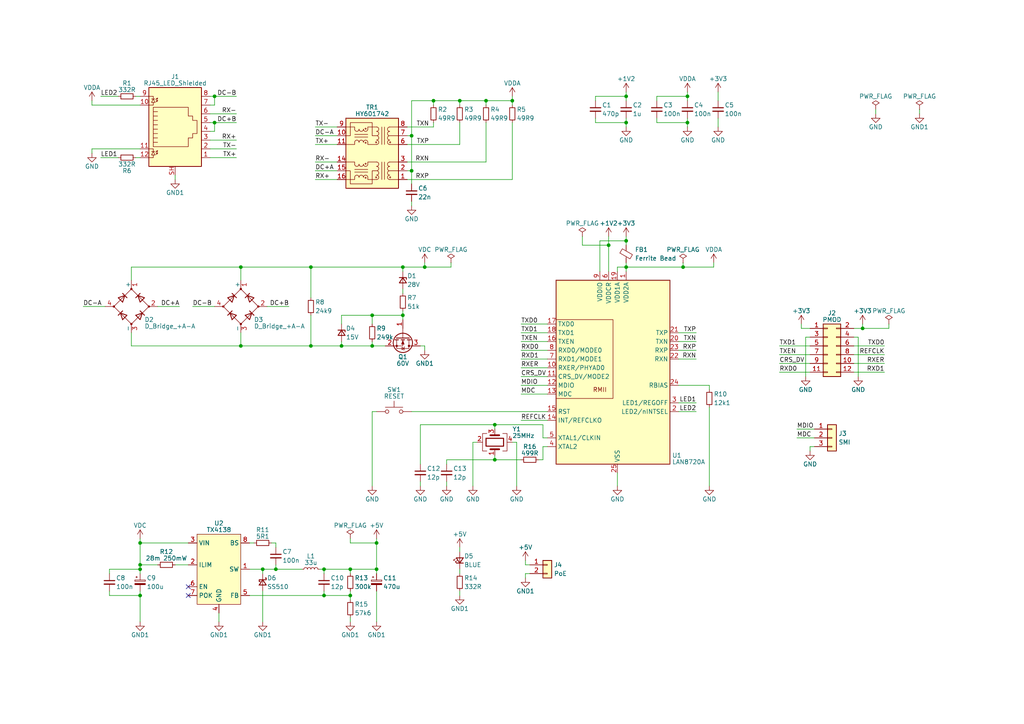
<source format=kicad_sch>
(kicad_sch (version 20211123) (generator eeschema)

  (uuid 899d320b-b9d1-4d02-a791-e25f36895c80)

  (paper "A4")

  

  (junction (at 101.6 172.72) (diameter 0) (color 0 0 0 0)
    (uuid 0c01ccb2-fc4e-4752-8470-11e978cbc851)
  )
  (junction (at 143.51 123.19) (diameter 0) (color 0 0 0 0)
    (uuid 0f25bad1-8575-4f91-bd0b-ac32dde5d13a)
  )
  (junction (at 40.64 163.83) (diameter 0) (color 0 0 0 0)
    (uuid 133448d6-c7ea-4e86-b45a-eb8d8b979d88)
  )
  (junction (at 181.61 35.56) (diameter 0) (color 0 0 0 0)
    (uuid 15894ab1-bd4d-4f61-a70d-bf72d5187cba)
  )
  (junction (at 181.61 69.85) (diameter 0) (color 0 0 0 0)
    (uuid 19410180-5644-4d72-b245-709f4a7a2a14)
  )
  (junction (at 140.97 29.21) (diameter 0) (color 0 0 0 0)
    (uuid 1b818b97-e308-4a58-8887-ef58f0a845a5)
  )
  (junction (at 181.61 77.47) (diameter 0) (color 0 0 0 0)
    (uuid 1c20785e-fb04-4dd3-9929-0c4bb762d951)
  )
  (junction (at 101.6 165.1) (diameter 0) (color 0 0 0 0)
    (uuid 217828e5-b538-41e4-9eb1-2d77546b779f)
  )
  (junction (at 90.17 100.33) (diameter 0) (color 0 0 0 0)
    (uuid 31fdd378-8fc1-4e5d-94c1-4c2429fff249)
  )
  (junction (at 62.23 35.56) (diameter 0) (color 0 0 0 0)
    (uuid 382f61a6-0cea-4ce3-a28e-0d6f41877b7d)
  )
  (junction (at 40.64 172.72) (diameter 0) (color 0 0 0 0)
    (uuid 38f32567-1fbd-4049-b690-1d4d88c8aac1)
  )
  (junction (at 69.85 77.47) (diameter 0) (color 0 0 0 0)
    (uuid 3b3b3b07-fdbe-4531-bba5-398f6b510699)
  )
  (junction (at 99.06 100.33) (diameter 0) (color 0 0 0 0)
    (uuid 3f8fbac5-7242-486f-a203-65541bed7d9d)
  )
  (junction (at 107.95 100.33) (diameter 0) (color 0 0 0 0)
    (uuid 58323567-fd84-41ae-81bf-72430a5a4b55)
  )
  (junction (at 199.39 27.94) (diameter 0) (color 0 0 0 0)
    (uuid 59427b98-753f-4ae5-b77c-87bd0367c9dd)
  )
  (junction (at 148.59 29.21) (diameter 0) (color 0 0 0 0)
    (uuid 59ff3b6e-b6cc-4d83-92d2-1c2cf7cd8b0a)
  )
  (junction (at 119.38 39.37) (diameter 0) (color 0 0 0 0)
    (uuid 60874b2c-abd3-4271-b80a-1abb34788742)
  )
  (junction (at 123.19 77.47) (diameter 0) (color 0 0 0 0)
    (uuid 655d2080-1720-49c6-94c5-fe9bbe5d5a92)
  )
  (junction (at 176.53 71.12) (diameter 0) (color 0 0 0 0)
    (uuid 6e8191cc-e243-4ab8-9ae2-f95637d40f35)
  )
  (junction (at 133.35 29.21) (diameter 0) (color 0 0 0 0)
    (uuid 727da737-c554-4f7e-bde2-b01ece6c052c)
  )
  (junction (at 198.12 77.47) (diameter 0) (color 0 0 0 0)
    (uuid 81940007-9579-40b3-beb6-23c029511b73)
  )
  (junction (at 199.39 35.56) (diameter 0) (color 0 0 0 0)
    (uuid 860c73b4-6a94-4e66-acbc-b6900b4d1d95)
  )
  (junction (at 107.95 91.44) (diameter 0) (color 0 0 0 0)
    (uuid 8872c9ab-4021-4bfd-82c4-ec2af1be244d)
  )
  (junction (at 93.98 165.1) (diameter 0) (color 0 0 0 0)
    (uuid 8947eae7-36c8-4f7a-ac20-a4b8a071b487)
  )
  (junction (at 69.85 100.33) (diameter 0) (color 0 0 0 0)
    (uuid 8b18c1ec-eba5-44b9-a0c4-38b8a3b19480)
  )
  (junction (at 80.01 165.1) (diameter 0) (color 0 0 0 0)
    (uuid a8ef8763-e9a9-4dd8-8d2e-96973f3caca6)
  )
  (junction (at 109.22 157.48) (diameter 0) (color 0 0 0 0)
    (uuid b0e60ca9-3ecd-4204-b460-bc1d8277ace0)
  )
  (junction (at 62.23 27.94) (diameter 0) (color 0 0 0 0)
    (uuid bd83f67d-58bc-4e83-8c8b-b81d3765a5ec)
  )
  (junction (at 93.98 172.72) (diameter 0) (color 0 0 0 0)
    (uuid beac2481-2ff0-40da-b497-237f108faeea)
  )
  (junction (at 125.73 29.21) (diameter 0) (color 0 0 0 0)
    (uuid cdaf9bd9-8074-4d73-81e7-38c8ec0604c1)
  )
  (junction (at 116.84 77.47) (diameter 0) (color 0 0 0 0)
    (uuid cdffe44e-d08b-4e5d-bf62-ab9cd69cfe02)
  )
  (junction (at 109.22 165.1) (diameter 0) (color 0 0 0 0)
    (uuid d545be2d-9010-417c-9de2-3683e3257a95)
  )
  (junction (at 181.61 27.94) (diameter 0) (color 0 0 0 0)
    (uuid dc05f25d-ddca-4b4f-b8eb-8377228dad54)
  )
  (junction (at 143.51 133.35) (diameter 0) (color 0 0 0 0)
    (uuid e15ca59d-e11d-49a0-a11e-13b6fbd67079)
  )
  (junction (at 40.64 165.1) (diameter 0) (color 0 0 0 0)
    (uuid e42967d3-b045-42ac-8785-7417bc8c87e0)
  )
  (junction (at 90.17 77.47) (diameter 0) (color 0 0 0 0)
    (uuid e8524ec3-df16-46f3-ba1c-0fb25e3fb427)
  )
  (junction (at 250.19 95.25) (diameter 0) (color 0 0 0 0)
    (uuid eb0c9678-0545-41ab-833a-a5aafaa4058a)
  )
  (junction (at 40.64 157.48) (diameter 0) (color 0 0 0 0)
    (uuid ef32e201-8935-4270-a2a3-980e6676b023)
  )
  (junction (at 76.2 165.1) (diameter 0) (color 0 0 0 0)
    (uuid f09a9eb4-e930-4a1a-b80b-1c473567ef5c)
  )
  (junction (at 119.38 49.53) (diameter 0) (color 0 0 0 0)
    (uuid f2504780-b755-47f6-ae27-ada30d54441a)
  )
  (junction (at 116.84 91.44) (diameter 0) (color 0 0 0 0)
    (uuid fcd80a05-428d-432b-bb79-0373e8d03764)
  )

  (no_connect (at 54.61 172.72) (uuid 7bb274a4-6be2-4e7e-be3c-b481a1d61326))
  (no_connect (at 54.61 170.18) (uuid 7bb274a4-6be2-4e7e-be3c-b481a1d61327))

  (wire (pts (xy 121.92 134.62) (xy 121.92 123.19))
    (stroke (width 0) (type default) (color 0 0 0 0))
    (uuid 000da290-5709-499c-a72e-a2f84037e7ae)
  )
  (wire (pts (xy 129.54 139.7) (xy 129.54 140.97))
    (stroke (width 0) (type default) (color 0 0 0 0))
    (uuid 0120087f-4ef9-47d8-b5d0-c3799749040c)
  )
  (wire (pts (xy 60.96 45.72) (xy 68.58 45.72))
    (stroke (width 0) (type default) (color 0 0 0 0))
    (uuid 01ab6ba5-1473-4dc8-b38e-fad2e037a662)
  )
  (wire (pts (xy 148.59 29.21) (xy 148.59 30.48))
    (stroke (width 0) (type default) (color 0 0 0 0))
    (uuid 02cae3ef-920d-4169-a693-c765eef1e6ff)
  )
  (wire (pts (xy 236.22 129.54) (xy 234.95 129.54))
    (stroke (width 0) (type default) (color 0 0 0 0))
    (uuid 02cf2e7b-9ec9-4695-ae36-4a51936c6cfe)
  )
  (wire (pts (xy 40.64 171.45) (xy 40.64 172.72))
    (stroke (width 0) (type default) (color 0 0 0 0))
    (uuid 0422de0f-2bb4-4184-8893-b116265d3809)
  )
  (wire (pts (xy 24.13 88.9) (xy 30.48 88.9))
    (stroke (width 0) (type default) (color 0 0 0 0))
    (uuid 0681afff-2588-4806-b08e-36d9290ccb04)
  )
  (wire (pts (xy 101.6 172.72) (xy 101.6 173.99))
    (stroke (width 0) (type default) (color 0 0 0 0))
    (uuid 06c13c32-a27f-451f-b402-b59b54fcc1ab)
  )
  (wire (pts (xy 45.72 88.9) (xy 52.07 88.9))
    (stroke (width 0) (type default) (color 0 0 0 0))
    (uuid 0816fed0-a50f-450a-b823-0eb8c2f46e79)
  )
  (wire (pts (xy 157.48 129.54) (xy 157.48 133.35))
    (stroke (width 0) (type default) (color 0 0 0 0))
    (uuid 0ab01cf7-decb-4eaf-a71d-63a8eb6a2a3f)
  )
  (wire (pts (xy 226.06 100.33) (xy 234.95 100.33))
    (stroke (width 0) (type default) (color 0 0 0 0))
    (uuid 0ae76ada-ebb0-4190-acf9-5d57b9cae9cf)
  )
  (wire (pts (xy 140.97 29.21) (xy 148.59 29.21))
    (stroke (width 0) (type default) (color 0 0 0 0))
    (uuid 0b1c64c5-cf2f-4770-b28b-8cff392f5d21)
  )
  (wire (pts (xy 60.96 33.02) (xy 68.58 33.02))
    (stroke (width 0) (type default) (color 0 0 0 0))
    (uuid 0bdd989b-4e5d-46e5-8979-0eeb71a4e755)
  )
  (wire (pts (xy 116.84 83.82) (xy 116.84 85.09))
    (stroke (width 0) (type default) (color 0 0 0 0))
    (uuid 0bfc1201-6df4-474f-84dd-8896b65351d3)
  )
  (wire (pts (xy 248.92 109.22) (xy 248.92 97.79))
    (stroke (width 0) (type default) (color 0 0 0 0))
    (uuid 0d5bbe7e-1fa2-43f7-9165-41dab391f84e)
  )
  (wire (pts (xy 133.35 165.1) (xy 133.35 166.37))
    (stroke (width 0) (type default) (color 0 0 0 0))
    (uuid 0d77c0e1-b93c-4782-90c8-f4effa29bbe8)
  )
  (wire (pts (xy 63.5 177.8) (xy 63.5 180.34))
    (stroke (width 0) (type default) (color 0 0 0 0))
    (uuid 0e6dc00b-7780-4404-ae1c-315fd46a5852)
  )
  (wire (pts (xy 118.11 41.91) (xy 133.35 41.91))
    (stroke (width 0) (type default) (color 0 0 0 0))
    (uuid 10189dcf-d05e-4b70-93c3-1ae0d910f2ed)
  )
  (wire (pts (xy 31.75 166.37) (xy 31.75 165.1))
    (stroke (width 0) (type default) (color 0 0 0 0))
    (uuid 10712a08-77c8-4df7-995b-90e71af6b177)
  )
  (wire (pts (xy 29.21 45.72) (xy 34.29 45.72))
    (stroke (width 0) (type default) (color 0 0 0 0))
    (uuid 10dc624d-7aac-4ab9-9d98-ae503f834e0d)
  )
  (wire (pts (xy 125.73 30.48) (xy 125.73 29.21))
    (stroke (width 0) (type default) (color 0 0 0 0))
    (uuid 1164db46-2f8d-4055-8e0d-f3e8b5270fc4)
  )
  (wire (pts (xy 257.81 95.25) (xy 250.19 95.25))
    (stroke (width 0) (type default) (color 0 0 0 0))
    (uuid 147773d7-d9ca-4adc-ae32-f2dae68d0ce0)
  )
  (wire (pts (xy 119.38 29.21) (xy 119.38 39.37))
    (stroke (width 0) (type default) (color 0 0 0 0))
    (uuid 168f5ae0-e7b6-44b4-a085-d2891d184c72)
  )
  (wire (pts (xy 91.44 36.83) (xy 97.79 36.83))
    (stroke (width 0) (type default) (color 0 0 0 0))
    (uuid 1871e3dc-8ded-4ef7-baa8-8b459678310d)
  )
  (wire (pts (xy 190.5 27.94) (xy 199.39 27.94))
    (stroke (width 0) (type default) (color 0 0 0 0))
    (uuid 1a1f12fa-dab7-422e-8750-28a76d20d60b)
  )
  (wire (pts (xy 90.17 100.33) (xy 99.06 100.33))
    (stroke (width 0) (type default) (color 0 0 0 0))
    (uuid 1b683a0f-453e-41f3-a208-39dbdc81b62f)
  )
  (wire (pts (xy 130.81 76.2) (xy 130.81 77.47))
    (stroke (width 0) (type default) (color 0 0 0 0))
    (uuid 1c289712-ba8e-44bf-a517-d059bd770989)
  )
  (wire (pts (xy 179.07 78.74) (xy 179.07 77.47))
    (stroke (width 0) (type default) (color 0 0 0 0))
    (uuid 1d272ae1-868b-4f38-b42c-efa0964726d0)
  )
  (wire (pts (xy 199.39 34.29) (xy 199.39 35.56))
    (stroke (width 0) (type default) (color 0 0 0 0))
    (uuid 1d7180ba-e42d-462e-8b4a-8394f0521c37)
  )
  (wire (pts (xy 151.13 96.52) (xy 158.75 96.52))
    (stroke (width 0) (type default) (color 0 0 0 0))
    (uuid 1e627a5f-e264-4146-ac3a-36be1023e7ef)
  )
  (wire (pts (xy 101.6 165.1) (xy 101.6 166.37))
    (stroke (width 0) (type default) (color 0 0 0 0))
    (uuid 1f0b9ac0-2411-43cf-ab94-035a58379518)
  )
  (wire (pts (xy 173.99 69.85) (xy 181.61 69.85))
    (stroke (width 0) (type default) (color 0 0 0 0))
    (uuid 206b9ccc-a90b-4753-8e99-af8db5fc469b)
  )
  (wire (pts (xy 226.06 105.41) (xy 234.95 105.41))
    (stroke (width 0) (type default) (color 0 0 0 0))
    (uuid 211d15c9-afc4-4d54-8782-db4d9cc37a9b)
  )
  (wire (pts (xy 38.1 96.52) (xy 38.1 100.33))
    (stroke (width 0) (type default) (color 0 0 0 0))
    (uuid 22c9dd39-cfcd-49e7-983f-9bcf703099bb)
  )
  (wire (pts (xy 76.2 165.1) (xy 80.01 165.1))
    (stroke (width 0) (type default) (color 0 0 0 0))
    (uuid 22efcb67-9ea4-432c-8c4e-95cc61b1c302)
  )
  (wire (pts (xy 137.16 128.27) (xy 137.16 140.97))
    (stroke (width 0) (type default) (color 0 0 0 0))
    (uuid 2317a26d-524b-4276-b53b-6efd275841fa)
  )
  (wire (pts (xy 60.96 38.1) (xy 62.23 38.1))
    (stroke (width 0) (type default) (color 0 0 0 0))
    (uuid 273fade3-418e-43b8-be0f-da8fc389b15c)
  )
  (wire (pts (xy 247.65 102.87) (xy 256.54 102.87))
    (stroke (width 0) (type default) (color 0 0 0 0))
    (uuid 2810c06a-bd29-4c3e-a295-f426efa0407d)
  )
  (wire (pts (xy 148.59 128.27) (xy 149.86 128.27))
    (stroke (width 0) (type default) (color 0 0 0 0))
    (uuid 29ee52f4-00d2-4fd9-a8af-40f15258b38d)
  )
  (wire (pts (xy 151.13 114.3) (xy 158.75 114.3))
    (stroke (width 0) (type default) (color 0 0 0 0))
    (uuid 2b84a3ab-6449-438c-b016-fbe892a179ff)
  )
  (wire (pts (xy 208.28 26.67) (xy 208.28 29.21))
    (stroke (width 0) (type default) (color 0 0 0 0))
    (uuid 2b9e9baf-afa5-488e-953d-3ac0255f62ec)
  )
  (wire (pts (xy 190.5 35.56) (xy 199.39 35.56))
    (stroke (width 0) (type default) (color 0 0 0 0))
    (uuid 2ccfcf0b-4497-4548-80e7-65c3328a374e)
  )
  (wire (pts (xy 76.2 165.1) (xy 76.2 166.37))
    (stroke (width 0) (type default) (color 0 0 0 0))
    (uuid 2cd190db-856f-4d7e-840a-a2ad0075fade)
  )
  (wire (pts (xy 152.4 167.64) (xy 152.4 166.37))
    (stroke (width 0) (type default) (color 0 0 0 0))
    (uuid 2dbe963a-ec29-4d81-bc13-80756b83df52)
  )
  (wire (pts (xy 69.85 100.33) (xy 90.17 100.33))
    (stroke (width 0) (type default) (color 0 0 0 0))
    (uuid 2eddaf47-67d6-41a2-a305-6899972e14e8)
  )
  (wire (pts (xy 232.41 93.98) (xy 232.41 95.25))
    (stroke (width 0) (type default) (color 0 0 0 0))
    (uuid 30000672-b9b7-437d-b017-ef5a9663eade)
  )
  (wire (pts (xy 226.06 102.87) (xy 234.95 102.87))
    (stroke (width 0) (type default) (color 0 0 0 0))
    (uuid 3056697e-b7b7-4568-8634-17f6f107ac84)
  )
  (wire (pts (xy 38.1 100.33) (xy 69.85 100.33))
    (stroke (width 0) (type default) (color 0 0 0 0))
    (uuid 31ce759c-3900-4151-8ed8-b3018b5e05fb)
  )
  (wire (pts (xy 205.74 118.11) (xy 205.74 140.97))
    (stroke (width 0) (type default) (color 0 0 0 0))
    (uuid 3215d6eb-b103-431f-92a5-47fd5cbb5b89)
  )
  (wire (pts (xy 101.6 156.21) (xy 101.6 157.48))
    (stroke (width 0) (type default) (color 0 0 0 0))
    (uuid 32195fdc-3659-454c-ba14-61185d21a8dc)
  )
  (wire (pts (xy 125.73 36.83) (xy 125.73 35.56))
    (stroke (width 0) (type default) (color 0 0 0 0))
    (uuid 32c71118-7c96-4fba-bd2b-5a93e2043314)
  )
  (wire (pts (xy 196.85 99.06) (xy 201.93 99.06))
    (stroke (width 0) (type default) (color 0 0 0 0))
    (uuid 32c71af0-784a-42e3-817e-4f9fb371f4b5)
  )
  (wire (pts (xy 205.74 111.76) (xy 205.74 113.03))
    (stroke (width 0) (type default) (color 0 0 0 0))
    (uuid 332f5a6c-b81b-48cd-b634-58908c9905e0)
  )
  (wire (pts (xy 119.38 119.38) (xy 158.75 119.38))
    (stroke (width 0) (type default) (color 0 0 0 0))
    (uuid 3552ebbd-475f-4323-8596-ae0778d8771f)
  )
  (wire (pts (xy 176.53 71.12) (xy 176.53 78.74))
    (stroke (width 0) (type default) (color 0 0 0 0))
    (uuid 35589388-dfa8-4895-a448-2bf968e65b78)
  )
  (wire (pts (xy 40.64 163.83) (xy 45.72 163.83))
    (stroke (width 0) (type default) (color 0 0 0 0))
    (uuid 358c55b2-2bf5-496e-b337-6d1f31bcfe12)
  )
  (wire (pts (xy 143.51 132.08) (xy 143.51 133.35))
    (stroke (width 0) (type default) (color 0 0 0 0))
    (uuid 35effd3d-a409-4610-9020-69db229b7f99)
  )
  (wire (pts (xy 226.06 107.95) (xy 234.95 107.95))
    (stroke (width 0) (type default) (color 0 0 0 0))
    (uuid 396fce63-74e2-4f34-9b68-d6fd5646ab5a)
  )
  (wire (pts (xy 55.88 88.9) (xy 62.23 88.9))
    (stroke (width 0) (type default) (color 0 0 0 0))
    (uuid 3da890cc-9292-41fe-9081-e8cf6d3aebb8)
  )
  (wire (pts (xy 198.12 77.47) (xy 181.61 77.47))
    (stroke (width 0) (type default) (color 0 0 0 0))
    (uuid 3deb49cc-f214-43f5-acf4-523d01597e01)
  )
  (wire (pts (xy 107.95 99.06) (xy 107.95 100.33))
    (stroke (width 0) (type default) (color 0 0 0 0))
    (uuid 3e0c254c-eb0c-4d3d-a3a7-06ca67b30234)
  )
  (wire (pts (xy 190.5 29.21) (xy 190.5 27.94))
    (stroke (width 0) (type default) (color 0 0 0 0))
    (uuid 3f1e1c20-8e3f-4178-b8d4-7fb769ebe280)
  )
  (wire (pts (xy 72.39 172.72) (xy 93.98 172.72))
    (stroke (width 0) (type default) (color 0 0 0 0))
    (uuid 4112e398-d70d-42a5-8206-37082a416b4b)
  )
  (wire (pts (xy 196.85 104.14) (xy 201.93 104.14))
    (stroke (width 0) (type default) (color 0 0 0 0))
    (uuid 4172b177-64f0-4bc3-bdfe-15c25261f8f3)
  )
  (wire (pts (xy 181.61 34.29) (xy 181.61 35.56))
    (stroke (width 0) (type default) (color 0 0 0 0))
    (uuid 4444a521-ac0e-4b22-af15-acd7fa8bc620)
  )
  (wire (pts (xy 125.73 29.21) (xy 119.38 29.21))
    (stroke (width 0) (type default) (color 0 0 0 0))
    (uuid 4488a476-d062-4205-94ba-e8cc3ad0fa82)
  )
  (wire (pts (xy 196.85 96.52) (xy 201.93 96.52))
    (stroke (width 0) (type default) (color 0 0 0 0))
    (uuid 46713112-58dc-4b5d-b49d-812755b5097d)
  )
  (wire (pts (xy 38.1 77.47) (xy 38.1 81.28))
    (stroke (width 0) (type default) (color 0 0 0 0))
    (uuid 47870c19-cd80-4a86-a345-679b0af37307)
  )
  (wire (pts (xy 133.35 158.75) (xy 133.35 160.02))
    (stroke (width 0) (type default) (color 0 0 0 0))
    (uuid 47fe13ad-9327-4a2e-912e-c57923d3617b)
  )
  (wire (pts (xy 118.11 39.37) (xy 119.38 39.37))
    (stroke (width 0) (type default) (color 0 0 0 0))
    (uuid 49443947-6819-478c-ad40-3c46cf4ed8da)
  )
  (wire (pts (xy 26.67 29.21) (xy 26.67 30.48))
    (stroke (width 0) (type default) (color 0 0 0 0))
    (uuid 4970a58b-27d4-4cd5-93dd-b4e1285cf509)
  )
  (wire (pts (xy 158.75 129.54) (xy 157.48 129.54))
    (stroke (width 0) (type default) (color 0 0 0 0))
    (uuid 49d156ae-1230-4d87-a4d0-e460c01b2221)
  )
  (wire (pts (xy 123.19 76.2) (xy 123.19 77.47))
    (stroke (width 0) (type default) (color 0 0 0 0))
    (uuid 4a41f913-5024-4fd1-b56c-4b02cec9ed86)
  )
  (wire (pts (xy 143.51 133.35) (xy 151.13 133.35))
    (stroke (width 0) (type default) (color 0 0 0 0))
    (uuid 4ad0c743-4a26-4fc6-b536-3e58842c568d)
  )
  (wire (pts (xy 40.64 157.48) (xy 54.61 157.48))
    (stroke (width 0) (type default) (color 0 0 0 0))
    (uuid 4d5d2f66-2c87-49c9-984b-567cbf582ead)
  )
  (wire (pts (xy 148.59 27.94) (xy 148.59 29.21))
    (stroke (width 0) (type default) (color 0 0 0 0))
    (uuid 4db9f575-b56f-4e6c-b602-97fafc4760c5)
  )
  (wire (pts (xy 90.17 100.33) (xy 90.17 91.44))
    (stroke (width 0) (type default) (color 0 0 0 0))
    (uuid 4fa04e6a-3614-4887-9848-1521a47318b0)
  )
  (wire (pts (xy 119.38 49.53) (xy 119.38 53.34))
    (stroke (width 0) (type default) (color 0 0 0 0))
    (uuid 50b9d51c-f87d-424c-a326-af269137982e)
  )
  (wire (pts (xy 91.44 39.37) (xy 97.79 39.37))
    (stroke (width 0) (type default) (color 0 0 0 0))
    (uuid 50ddc7c4-fb41-414d-acee-60d7fb4ee597)
  )
  (wire (pts (xy 60.96 40.64) (xy 68.58 40.64))
    (stroke (width 0) (type default) (color 0 0 0 0))
    (uuid 513ea9bb-fa7c-4e95-9995-868daa1ab711)
  )
  (wire (pts (xy 172.72 35.56) (xy 181.61 35.56))
    (stroke (width 0) (type default) (color 0 0 0 0))
    (uuid 52420868-7bcc-4e8c-8fec-e4e270833b31)
  )
  (wire (pts (xy 181.61 77.47) (xy 181.61 78.74))
    (stroke (width 0) (type default) (color 0 0 0 0))
    (uuid 53f41b5a-fb6d-4313-9572-ac0337715b25)
  )
  (wire (pts (xy 29.21 27.94) (xy 34.29 27.94))
    (stroke (width 0) (type default) (color 0 0 0 0))
    (uuid 54c8b431-c275-4cd3-8067-4e4edb1e99b9)
  )
  (wire (pts (xy 266.7 31.75) (xy 266.7 33.02))
    (stroke (width 0) (type default) (color 0 0 0 0))
    (uuid 5604f0bc-df9b-427d-abd2-761c261a4377)
  )
  (wire (pts (xy 250.19 95.25) (xy 247.65 95.25))
    (stroke (width 0) (type default) (color 0 0 0 0))
    (uuid 56893ff0-310c-4a8b-9f3a-be8860ebf799)
  )
  (wire (pts (xy 176.53 68.58) (xy 176.53 71.12))
    (stroke (width 0) (type default) (color 0 0 0 0))
    (uuid 56b58c4b-ed8b-4ded-aefd-f24ea5ed0a86)
  )
  (wire (pts (xy 116.84 91.44) (xy 116.84 90.17))
    (stroke (width 0) (type default) (color 0 0 0 0))
    (uuid 5817b3e4-1f7f-4370-b7b2-a315c7b28efd)
  )
  (wire (pts (xy 39.37 27.94) (xy 40.64 27.94))
    (stroke (width 0) (type default) (color 0 0 0 0))
    (uuid 5840c498-32ef-4b9f-a75d-172db5fc628c)
  )
  (wire (pts (xy 133.35 171.45) (xy 133.35 172.72))
    (stroke (width 0) (type default) (color 0 0 0 0))
    (uuid 586cec7e-ced7-42e8-b9b1-0d72c6f00c7e)
  )
  (wire (pts (xy 60.96 35.56) (xy 62.23 35.56))
    (stroke (width 0) (type default) (color 0 0 0 0))
    (uuid 58855dbc-160d-473a-87e2-b1bd61127efc)
  )
  (wire (pts (xy 151.13 106.68) (xy 158.75 106.68))
    (stroke (width 0) (type default) (color 0 0 0 0))
    (uuid 59f24b45-2827-4e14-8e2c-a79fa16a8875)
  )
  (wire (pts (xy 26.67 30.48) (xy 40.64 30.48))
    (stroke (width 0) (type default) (color 0 0 0 0))
    (uuid 5a2067dd-2439-4f64-8da4-d15ad90f1540)
  )
  (wire (pts (xy 123.19 77.47) (xy 116.84 77.47))
    (stroke (width 0) (type default) (color 0 0 0 0))
    (uuid 5b64e516-94ec-4659-8ad7-348568eada22)
  )
  (wire (pts (xy 116.84 91.44) (xy 116.84 92.71))
    (stroke (width 0) (type default) (color 0 0 0 0))
    (uuid 5bed8d16-24ff-43eb-b69e-f37f705f021d)
  )
  (wire (pts (xy 125.73 29.21) (xy 133.35 29.21))
    (stroke (width 0) (type default) (color 0 0 0 0))
    (uuid 5f6ee1d4-676c-4e0e-8efe-2ebb0653117d)
  )
  (wire (pts (xy 60.96 43.18) (xy 68.58 43.18))
    (stroke (width 0) (type default) (color 0 0 0 0))
    (uuid 5ff800ae-bc3a-43af-9bc9-4f0751eb7795)
  )
  (wire (pts (xy 123.19 77.47) (xy 130.81 77.47))
    (stroke (width 0) (type default) (color 0 0 0 0))
    (uuid 6027e141-d68d-41d7-844d-c7edde9d1b5c)
  )
  (wire (pts (xy 93.98 172.72) (xy 101.6 172.72))
    (stroke (width 0) (type default) (color 0 0 0 0))
    (uuid 60c67174-4eb8-43b4-9839-08c3f184cd9d)
  )
  (wire (pts (xy 247.65 105.41) (xy 256.54 105.41))
    (stroke (width 0) (type default) (color 0 0 0 0))
    (uuid 60cbe45f-6867-491d-8ae8-9a0748c7db56)
  )
  (wire (pts (xy 31.75 171.45) (xy 31.75 172.72))
    (stroke (width 0) (type default) (color 0 0 0 0))
    (uuid 6101c821-56c8-4d98-a5b8-3e2d233fb9ee)
  )
  (wire (pts (xy 151.13 111.76) (xy 158.75 111.76))
    (stroke (width 0) (type default) (color 0 0 0 0))
    (uuid 639e134b-061f-4088-a86b-159ba979c9a4)
  )
  (wire (pts (xy 99.06 91.44) (xy 107.95 91.44))
    (stroke (width 0) (type default) (color 0 0 0 0))
    (uuid 63c494bd-1e9d-47d4-8661-757d8fce81af)
  )
  (wire (pts (xy 133.35 41.91) (xy 133.35 35.56))
    (stroke (width 0) (type default) (color 0 0 0 0))
    (uuid 662836da-a72e-4cb2-ad3e-bed46b4cd5ad)
  )
  (wire (pts (xy 107.95 119.38) (xy 109.22 119.38))
    (stroke (width 0) (type default) (color 0 0 0 0))
    (uuid 666432cc-bab6-4c72-96db-fc673db723b2)
  )
  (wire (pts (xy 168.91 68.58) (xy 168.91 71.12))
    (stroke (width 0) (type default) (color 0 0 0 0))
    (uuid 66ec1dc1-1b33-4770-9260-44669b3cce42)
  )
  (wire (pts (xy 196.85 119.38) (xy 201.93 119.38))
    (stroke (width 0) (type default) (color 0 0 0 0))
    (uuid 674a288b-afaa-435d-a47b-e46940f4de48)
  )
  (wire (pts (xy 101.6 171.45) (xy 101.6 172.72))
    (stroke (width 0) (type default) (color 0 0 0 0))
    (uuid 6ea85d43-ec0a-41e6-9e11-6ab6f1eb11f9)
  )
  (wire (pts (xy 109.22 157.48) (xy 109.22 165.1))
    (stroke (width 0) (type default) (color 0 0 0 0))
    (uuid 70658158-13fe-4219-a6ca-4ee68fe06219)
  )
  (wire (pts (xy 26.67 44.45) (xy 26.67 43.18))
    (stroke (width 0) (type default) (color 0 0 0 0))
    (uuid 71c8c057-5172-40da-a498-ef22b4f7f110)
  )
  (wire (pts (xy 116.84 77.47) (xy 116.84 78.74))
    (stroke (width 0) (type default) (color 0 0 0 0))
    (uuid 72992a46-cd40-4ead-8b1c-d67415fff3b1)
  )
  (wire (pts (xy 152.4 166.37) (xy 153.67 166.37))
    (stroke (width 0) (type default) (color 0 0 0 0))
    (uuid 7332e484-b28a-4f6a-85b1-ed0a5916bb41)
  )
  (wire (pts (xy 91.44 52.07) (xy 97.79 52.07))
    (stroke (width 0) (type default) (color 0 0 0 0))
    (uuid 74b35314-5c84-4655-b6b3-4be705c4c218)
  )
  (wire (pts (xy 121.92 123.19) (xy 143.51 123.19))
    (stroke (width 0) (type default) (color 0 0 0 0))
    (uuid 76aa3042-6205-401a-8139-73eaa4b8ffea)
  )
  (wire (pts (xy 69.85 77.47) (xy 90.17 77.47))
    (stroke (width 0) (type default) (color 0 0 0 0))
    (uuid 776421db-7df1-40c7-9ca8-a0e2f1ca0a27)
  )
  (wire (pts (xy 62.23 38.1) (xy 62.23 35.56))
    (stroke (width 0) (type default) (color 0 0 0 0))
    (uuid 79ea482a-2804-479c-b2c3-1ffc3d14f26b)
  )
  (wire (pts (xy 198.12 76.2) (xy 198.12 77.47))
    (stroke (width 0) (type default) (color 0 0 0 0))
    (uuid 7d0c321d-7728-4f1f-b20a-05fef6f69425)
  )
  (wire (pts (xy 118.11 49.53) (xy 119.38 49.53))
    (stroke (width 0) (type default) (color 0 0 0 0))
    (uuid 7f471254-0418-428d-ad54-95bb95d8e935)
  )
  (wire (pts (xy 143.51 123.19) (xy 143.51 124.46))
    (stroke (width 0) (type default) (color 0 0 0 0))
    (uuid 80a4c1fc-078c-4156-bcac-defe8b2d4b2c)
  )
  (wire (pts (xy 80.01 163.83) (xy 80.01 165.1))
    (stroke (width 0) (type default) (color 0 0 0 0))
    (uuid 817a8c69-7e80-4851-823e-ed726b848dc0)
  )
  (wire (pts (xy 60.96 30.48) (xy 62.23 30.48))
    (stroke (width 0) (type default) (color 0 0 0 0))
    (uuid 82b7a357-e2fc-4392-b04c-e8ba2fa90dc5)
  )
  (wire (pts (xy 101.6 179.07) (xy 101.6 180.34))
    (stroke (width 0) (type default) (color 0 0 0 0))
    (uuid 83c5ec07-d7c7-4150-97ef-a08b3008cd9a)
  )
  (wire (pts (xy 69.85 96.52) (xy 69.85 100.33))
    (stroke (width 0) (type default) (color 0 0 0 0))
    (uuid 84983548-1de8-4b83-afc3-1a4a1a5d932b)
  )
  (wire (pts (xy 93.98 165.1) (xy 101.6 165.1))
    (stroke (width 0) (type default) (color 0 0 0 0))
    (uuid 857899e0-eb45-4379-ad16-f2a7b0e10b39)
  )
  (wire (pts (xy 196.85 101.6) (xy 201.93 101.6))
    (stroke (width 0) (type default) (color 0 0 0 0))
    (uuid 869b9ee4-7658-44ad-be98-c0fd14691621)
  )
  (wire (pts (xy 50.8 50.8) (xy 50.8 52.07))
    (stroke (width 0) (type default) (color 0 0 0 0))
    (uuid 8799b2db-f2f6-4edb-8854-b8b3adc369b1)
  )
  (wire (pts (xy 62.23 30.48) (xy 62.23 27.94))
    (stroke (width 0) (type default) (color 0 0 0 0))
    (uuid 88bed0c3-2fdd-4082-bd7f-7c9c2b754109)
  )
  (wire (pts (xy 247.65 107.95) (xy 256.54 107.95))
    (stroke (width 0) (type default) (color 0 0 0 0))
    (uuid 8999422b-61b2-464d-a536-c56b3d672eaa)
  )
  (wire (pts (xy 196.85 111.76) (xy 205.74 111.76))
    (stroke (width 0) (type default) (color 0 0 0 0))
    (uuid 8c4ed844-7dcd-4203-8e6f-90ae1a1f80ce)
  )
  (wire (pts (xy 172.72 27.94) (xy 181.61 27.94))
    (stroke (width 0) (type default) (color 0 0 0 0))
    (uuid 8d0705ec-32fa-42cd-9ad3-3ca1ae994918)
  )
  (wire (pts (xy 199.39 26.67) (xy 199.39 27.94))
    (stroke (width 0) (type default) (color 0 0 0 0))
    (uuid 8dea701b-dd5e-47be-8812-ecef09e0d9ae)
  )
  (wire (pts (xy 40.64 165.1) (xy 40.64 163.83))
    (stroke (width 0) (type default) (color 0 0 0 0))
    (uuid 8e4a27fe-81be-403c-acef-149a18eb1cd1)
  )
  (wire (pts (xy 247.65 100.33) (xy 256.54 100.33))
    (stroke (width 0) (type default) (color 0 0 0 0))
    (uuid 91ed8f8b-ad95-4558-aa24-6d60cf38c14e)
  )
  (wire (pts (xy 91.44 41.91) (xy 97.79 41.91))
    (stroke (width 0) (type default) (color 0 0 0 0))
    (uuid 94564915-f8c7-42cd-97ff-a9fb322de635)
  )
  (wire (pts (xy 181.61 27.94) (xy 181.61 29.21))
    (stroke (width 0) (type default) (color 0 0 0 0))
    (uuid 9562995c-b680-40b3-bf6a-8150b678dd85)
  )
  (wire (pts (xy 133.35 29.21) (xy 133.35 30.48))
    (stroke (width 0) (type default) (color 0 0 0 0))
    (uuid 95d5f247-0bb1-4a9d-ba0b-e4ad715e26f4)
  )
  (wire (pts (xy 181.61 76.2) (xy 181.61 77.47))
    (stroke (width 0) (type default) (color 0 0 0 0))
    (uuid 9722313a-ad7d-4f9f-8f37-ea57be7e0d8b)
  )
  (wire (pts (xy 233.68 97.79) (xy 234.95 97.79))
    (stroke (width 0) (type default) (color 0 0 0 0))
    (uuid 974f2851-6907-41bb-9215-39b277f0e46d)
  )
  (wire (pts (xy 129.54 133.35) (xy 143.51 133.35))
    (stroke (width 0) (type default) (color 0 0 0 0))
    (uuid 990cfe35-083c-4908-bdd0-e6374d05916e)
  )
  (wire (pts (xy 50.8 163.83) (xy 54.61 163.83))
    (stroke (width 0) (type default) (color 0 0 0 0))
    (uuid 99b29df8-070f-4122-8808-fdf4690480aa)
  )
  (wire (pts (xy 208.28 34.29) (xy 208.28 36.83))
    (stroke (width 0) (type default) (color 0 0 0 0))
    (uuid 9a7ab643-5e73-42db-b36e-25927acbf942)
  )
  (wire (pts (xy 181.61 69.85) (xy 181.61 71.12))
    (stroke (width 0) (type default) (color 0 0 0 0))
    (uuid 9b5d8cea-89c1-4eea-8231-7068ec144a28)
  )
  (wire (pts (xy 90.17 86.36) (xy 90.17 77.47))
    (stroke (width 0) (type default) (color 0 0 0 0))
    (uuid 9b7d259e-e079-4076-8348-02053d8d650c)
  )
  (wire (pts (xy 109.22 171.45) (xy 109.22 180.34))
    (stroke (width 0) (type default) (color 0 0 0 0))
    (uuid 9d68d3e2-bd80-48df-872b-cacbe0468775)
  )
  (wire (pts (xy 107.95 91.44) (xy 116.84 91.44))
    (stroke (width 0) (type default) (color 0 0 0 0))
    (uuid 9ec41179-571d-4334-8a87-e13ed0903b29)
  )
  (wire (pts (xy 248.92 97.79) (xy 247.65 97.79))
    (stroke (width 0) (type default) (color 0 0 0 0))
    (uuid 9ed77a62-c49f-440b-81ff-f8eb8f9e1cb7)
  )
  (wire (pts (xy 121.92 139.7) (xy 121.92 140.97))
    (stroke (width 0) (type default) (color 0 0 0 0))
    (uuid 9efdb609-88d0-4e6b-b18a-44269a4155c5)
  )
  (wire (pts (xy 151.13 121.92) (xy 158.75 121.92))
    (stroke (width 0) (type default) (color 0 0 0 0))
    (uuid 9f317b9d-af33-4b83-99c0-45b097664740)
  )
  (wire (pts (xy 80.01 157.48) (xy 80.01 158.75))
    (stroke (width 0) (type default) (color 0 0 0 0))
    (uuid 9fbcacf4-33b9-47a7-880c-f913af13d213)
  )
  (wire (pts (xy 80.01 165.1) (xy 87.63 165.1))
    (stroke (width 0) (type default) (color 0 0 0 0))
    (uuid a082856d-e927-4028-9e81-04ad63c4dea3)
  )
  (wire (pts (xy 156.21 133.35) (xy 157.48 133.35))
    (stroke (width 0) (type default) (color 0 0 0 0))
    (uuid a379d55c-35e9-4f6a-9b25-5190486db1c4)
  )
  (wire (pts (xy 181.61 68.58) (xy 181.61 69.85))
    (stroke (width 0) (type default) (color 0 0 0 0))
    (uuid a46ad0a2-f472-42ab-8653-150d4f366e56)
  )
  (wire (pts (xy 31.75 172.72) (xy 40.64 172.72))
    (stroke (width 0) (type default) (color 0 0 0 0))
    (uuid a51fd5d9-30a1-4e51-ae63-6abab8f385b0)
  )
  (wire (pts (xy 138.43 128.27) (xy 137.16 128.27))
    (stroke (width 0) (type default) (color 0 0 0 0))
    (uuid a56399dc-1386-4870-9ea4-08b90a204580)
  )
  (wire (pts (xy 168.91 71.12) (xy 176.53 71.12))
    (stroke (width 0) (type default) (color 0 0 0 0))
    (uuid a56b3e28-4ee7-4c63-8ad3-581592cfbfcc)
  )
  (wire (pts (xy 109.22 156.21) (xy 109.22 157.48))
    (stroke (width 0) (type default) (color 0 0 0 0))
    (uuid a5782bd0-a10f-452a-9e71-504428e47b9d)
  )
  (wire (pts (xy 92.71 165.1) (xy 93.98 165.1))
    (stroke (width 0) (type default) (color 0 0 0 0))
    (uuid a77d72f3-9615-4e24-8482-5b96ad39b916)
  )
  (wire (pts (xy 157.48 127) (xy 157.48 123.19))
    (stroke (width 0) (type default) (color 0 0 0 0))
    (uuid a7ae0e7e-c8b7-4251-a673-dd21a3775a6a)
  )
  (wire (pts (xy 149.86 128.27) (xy 149.86 140.97))
    (stroke (width 0) (type default) (color 0 0 0 0))
    (uuid a86b44f1-31e0-40da-9da9-618b3d26a4d4)
  )
  (wire (pts (xy 119.38 58.42) (xy 119.38 59.69))
    (stroke (width 0) (type default) (color 0 0 0 0))
    (uuid aa61c91c-abb5-4af4-abcb-193247d912d6)
  )
  (wire (pts (xy 133.35 29.21) (xy 140.97 29.21))
    (stroke (width 0) (type default) (color 0 0 0 0))
    (uuid aa851d7e-9245-4e72-a2f2-2e98100adebe)
  )
  (wire (pts (xy 257.81 93.98) (xy 257.81 95.25))
    (stroke (width 0) (type default) (color 0 0 0 0))
    (uuid abfbf3bd-96ca-4877-8fdd-f7dcec12ae71)
  )
  (wire (pts (xy 118.11 46.99) (xy 140.97 46.99))
    (stroke (width 0) (type default) (color 0 0 0 0))
    (uuid ac1064e9-df41-45b1-87b2-d8c99e27d4a8)
  )
  (wire (pts (xy 72.39 165.1) (xy 76.2 165.1))
    (stroke (width 0) (type default) (color 0 0 0 0))
    (uuid ad96d36c-8246-426e-bae8-43d976a478e4)
  )
  (wire (pts (xy 90.17 77.47) (xy 116.84 77.47))
    (stroke (width 0) (type default) (color 0 0 0 0))
    (uuid aeedd6d2-ca70-47a3-add7-022aac7a4e71)
  )
  (wire (pts (xy 196.85 116.84) (xy 201.93 116.84))
    (stroke (width 0) (type default) (color 0 0 0 0))
    (uuid af71d2b5-8e37-44e9-b401-510a33f5c4e0)
  )
  (wire (pts (xy 40.64 156.21) (xy 40.64 157.48))
    (stroke (width 0) (type default) (color 0 0 0 0))
    (uuid afa24a82-ca53-4cc5-b789-29fa958374d5)
  )
  (wire (pts (xy 72.39 157.48) (xy 73.66 157.48))
    (stroke (width 0) (type default) (color 0 0 0 0))
    (uuid b17e7a68-038f-4317-babe-d301b0e4a3f3)
  )
  (wire (pts (xy 231.14 127) (xy 236.22 127))
    (stroke (width 0) (type default) (color 0 0 0 0))
    (uuid b18dfe05-0c03-4b5d-bd9a-6665b526bc43)
  )
  (wire (pts (xy 101.6 157.48) (xy 109.22 157.48))
    (stroke (width 0) (type default) (color 0 0 0 0))
    (uuid b2ada819-9a92-41dd-ae9d-f6e96404a4cd)
  )
  (wire (pts (xy 77.47 88.9) (xy 83.82 88.9))
    (stroke (width 0) (type default) (color 0 0 0 0))
    (uuid b33ed16a-5461-420f-b706-1e5b8e85a8c3)
  )
  (wire (pts (xy 234.95 129.54) (xy 234.95 130.81))
    (stroke (width 0) (type default) (color 0 0 0 0))
    (uuid b519ec62-e4f6-4a2f-815d-d5301c7ec8a0)
  )
  (wire (pts (xy 199.39 35.56) (xy 199.39 36.83))
    (stroke (width 0) (type default) (color 0 0 0 0))
    (uuid b7456a67-8fa3-4198-838d-0eda05429fbf)
  )
  (wire (pts (xy 109.22 165.1) (xy 109.22 166.37))
    (stroke (width 0) (type default) (color 0 0 0 0))
    (uuid b86b3598-6470-4b03-8780-166151e180a9)
  )
  (wire (pts (xy 123.19 100.33) (xy 123.19 101.6))
    (stroke (width 0) (type default) (color 0 0 0 0))
    (uuid b9490371-9e15-4509-9923-c54c90900258)
  )
  (wire (pts (xy 107.95 100.33) (xy 111.76 100.33))
    (stroke (width 0) (type default) (color 0 0 0 0))
    (uuid beddfe5d-6248-491a-81d1-7d0658d63b2d)
  )
  (wire (pts (xy 99.06 100.33) (xy 107.95 100.33))
    (stroke (width 0) (type default) (color 0 0 0 0))
    (uuid bf1e4306-1a28-4bb6-bb7e-3de3eeb33c92)
  )
  (wire (pts (xy 40.64 157.48) (xy 40.64 163.83))
    (stroke (width 0) (type default) (color 0 0 0 0))
    (uuid c1196eb7-30ac-420f-98f0-df30568dccc5)
  )
  (wire (pts (xy 101.6 165.1) (xy 109.22 165.1))
    (stroke (width 0) (type default) (color 0 0 0 0))
    (uuid c11c3473-dc83-4939-9043-eaee953ae733)
  )
  (wire (pts (xy 119.38 39.37) (xy 119.38 49.53))
    (stroke (width 0) (type default) (color 0 0 0 0))
    (uuid c17c0e9a-531e-47e2-902e-8295de8e8ef1)
  )
  (wire (pts (xy 151.13 101.6) (xy 158.75 101.6))
    (stroke (width 0) (type default) (color 0 0 0 0))
    (uuid c2e7f4f3-da39-4f04-8803-9a4385be7e8f)
  )
  (wire (pts (xy 140.97 29.21) (xy 140.97 30.48))
    (stroke (width 0) (type default) (color 0 0 0 0))
    (uuid c415af13-accb-41fe-b8d9-b4a40e639e80)
  )
  (wire (pts (xy 76.2 171.45) (xy 76.2 180.34))
    (stroke (width 0) (type default) (color 0 0 0 0))
    (uuid c4cf1ed6-9745-4485-9f8a-32023c034381)
  )
  (wire (pts (xy 107.95 91.44) (xy 107.95 93.98))
    (stroke (width 0) (type default) (color 0 0 0 0))
    (uuid c52992a3-61ff-43b9-a7fb-60a884f7dd99)
  )
  (wire (pts (xy 143.51 123.19) (xy 157.48 123.19))
    (stroke (width 0) (type default) (color 0 0 0 0))
    (uuid c66e3748-69d7-46d2-9b3d-0839f32a9d0f)
  )
  (wire (pts (xy 60.96 27.94) (xy 62.23 27.94))
    (stroke (width 0) (type default) (color 0 0 0 0))
    (uuid c79c6787-0be6-4ba4-847d-e7de67ca7e32)
  )
  (wire (pts (xy 31.75 165.1) (xy 40.64 165.1))
    (stroke (width 0) (type default) (color 0 0 0 0))
    (uuid c7c03d8b-fad0-4176-adc1-4efed42d9885)
  )
  (wire (pts (xy 179.07 137.16) (xy 179.07 140.97))
    (stroke (width 0) (type default) (color 0 0 0 0))
    (uuid c8ae0517-938b-45a5-a79c-1a7b3aafa5f7)
  )
  (wire (pts (xy 250.19 93.98) (xy 250.19 95.25))
    (stroke (width 0) (type default) (color 0 0 0 0))
    (uuid ca87e85c-f3b2-4ea4-be64-cd2daa14e379)
  )
  (wire (pts (xy 69.85 77.47) (xy 38.1 77.47))
    (stroke (width 0) (type default) (color 0 0 0 0))
    (uuid cbc7bec6-8f75-40bf-b8ff-c66fcfcf083b)
  )
  (wire (pts (xy 99.06 93.98) (xy 99.06 91.44))
    (stroke (width 0) (type default) (color 0 0 0 0))
    (uuid d0ef9ea8-69e4-4ebb-8939-fc8d789720f8)
  )
  (wire (pts (xy 40.64 172.72) (xy 40.64 180.34))
    (stroke (width 0) (type default) (color 0 0 0 0))
    (uuid d3d93011-ac75-4599-8b07-e7d0e227cbe5)
  )
  (wire (pts (xy 151.13 104.14) (xy 158.75 104.14))
    (stroke (width 0) (type default) (color 0 0 0 0))
    (uuid d4a25d60-f1ae-46b8-beab-5a602f93998f)
  )
  (wire (pts (xy 207.01 76.2) (xy 207.01 77.47))
    (stroke (width 0) (type default) (color 0 0 0 0))
    (uuid d8a821ee-c5a5-4262-80f2-349415df5625)
  )
  (wire (pts (xy 232.41 95.25) (xy 234.95 95.25))
    (stroke (width 0) (type default) (color 0 0 0 0))
    (uuid d9c60601-b53b-4498-b958-0ee379ca010e)
  )
  (wire (pts (xy 91.44 49.53) (xy 97.79 49.53))
    (stroke (width 0) (type default) (color 0 0 0 0))
    (uuid dba006e5-7e11-4a9c-adcb-e45c522a332a)
  )
  (wire (pts (xy 26.67 43.18) (xy 40.64 43.18))
    (stroke (width 0) (type default) (color 0 0 0 0))
    (uuid dc1c6b7c-6f3c-4a63-94d2-504a44b0223c)
  )
  (wire (pts (xy 179.07 77.47) (xy 181.61 77.47))
    (stroke (width 0) (type default) (color 0 0 0 0))
    (uuid dd65654a-ab42-44a6-b7f9-55976dfa5733)
  )
  (wire (pts (xy 172.72 29.21) (xy 172.72 27.94))
    (stroke (width 0) (type default) (color 0 0 0 0))
    (uuid dddd62d2-8edd-461e-8a46-b3453b0d7c70)
  )
  (wire (pts (xy 207.01 77.47) (xy 198.12 77.47))
    (stroke (width 0) (type default) (color 0 0 0 0))
    (uuid dde30022-89e5-4e58-a926-e61f01132dda)
  )
  (wire (pts (xy 62.23 27.94) (xy 68.58 27.94))
    (stroke (width 0) (type default) (color 0 0 0 0))
    (uuid de31d553-8dbc-4b1c-8794-33f962d87aa0)
  )
  (wire (pts (xy 118.11 52.07) (xy 148.59 52.07))
    (stroke (width 0) (type default) (color 0 0 0 0))
    (uuid de6c9404-6614-47e7-bf66-ef3f7dd530b5)
  )
  (wire (pts (xy 93.98 171.45) (xy 93.98 172.72))
    (stroke (width 0) (type default) (color 0 0 0 0))
    (uuid e0580246-90ad-4012-ab2b-567abcd5c886)
  )
  (wire (pts (xy 129.54 134.62) (xy 129.54 133.35))
    (stroke (width 0) (type default) (color 0 0 0 0))
    (uuid e0baa6d2-218d-40a3-826b-f100782d79c1)
  )
  (wire (pts (xy 151.13 99.06) (xy 158.75 99.06))
    (stroke (width 0) (type default) (color 0 0 0 0))
    (uuid e11b0630-d5ab-4b14-a420-d7081bfb5695)
  )
  (wire (pts (xy 158.75 127) (xy 157.48 127))
    (stroke (width 0) (type default) (color 0 0 0 0))
    (uuid e3db3be4-c423-43ca-a443-4131e8dd2ee9)
  )
  (wire (pts (xy 91.44 46.99) (xy 97.79 46.99))
    (stroke (width 0) (type default) (color 0 0 0 0))
    (uuid e891dc14-c0fb-4151-804e-8f94e5af97eb)
  )
  (wire (pts (xy 151.13 109.22) (xy 158.75 109.22))
    (stroke (width 0) (type default) (color 0 0 0 0))
    (uuid e9b6a5d1-4c6c-494c-aa63-1064f2e37649)
  )
  (wire (pts (xy 107.95 140.97) (xy 107.95 119.38))
    (stroke (width 0) (type default) (color 0 0 0 0))
    (uuid ea090c8d-a0cc-4c6d-bdb7-5c345317cbf9)
  )
  (wire (pts (xy 151.13 93.98) (xy 158.75 93.98))
    (stroke (width 0) (type default) (color 0 0 0 0))
    (uuid ea58c6ca-c86f-456a-a349-5022dd11d365)
  )
  (wire (pts (xy 99.06 99.06) (xy 99.06 100.33))
    (stroke (width 0) (type default) (color 0 0 0 0))
    (uuid ed475738-7c07-4df7-a82f-49282b2c5811)
  )
  (wire (pts (xy 254 31.75) (xy 254 33.02))
    (stroke (width 0) (type default) (color 0 0 0 0))
    (uuid ef7d90dc-8be6-4b01-9458-0d236149a6a9)
  )
  (wire (pts (xy 152.4 162.56) (xy 152.4 163.83))
    (stroke (width 0) (type default) (color 0 0 0 0))
    (uuid efd893a4-568f-4dd7-87fc-e74677762802)
  )
  (wire (pts (xy 173.99 78.74) (xy 173.99 69.85))
    (stroke (width 0) (type default) (color 0 0 0 0))
    (uuid effbf650-9508-4e92-b0c5-53d000e35b53)
  )
  (wire (pts (xy 172.72 34.29) (xy 172.72 35.56))
    (stroke (width 0) (type default) (color 0 0 0 0))
    (uuid f0dcc804-c080-415d-adfc-64e9c3ef12f8)
  )
  (wire (pts (xy 148.59 52.07) (xy 148.59 35.56))
    (stroke (width 0) (type default) (color 0 0 0 0))
    (uuid f0ff32d1-514b-468c-9c90-2b169e95226c)
  )
  (wire (pts (xy 118.11 36.83) (xy 125.73 36.83))
    (stroke (width 0) (type default) (color 0 0 0 0))
    (uuid f1c31930-cd17-44fa-b769-2b795dcdf461)
  )
  (wire (pts (xy 181.61 35.56) (xy 181.61 36.83))
    (stroke (width 0) (type default) (color 0 0 0 0))
    (uuid f275de88-57e9-49b5-be37-12bc2e85c8c9)
  )
  (wire (pts (xy 140.97 46.99) (xy 140.97 35.56))
    (stroke (width 0) (type default) (color 0 0 0 0))
    (uuid f2a26fbd-4ef1-4a8b-a7be-ca9c53d7dc11)
  )
  (wire (pts (xy 121.92 100.33) (xy 123.19 100.33))
    (stroke (width 0) (type default) (color 0 0 0 0))
    (uuid f3d1a472-66af-469c-8da4-c6e26895e4c6)
  )
  (wire (pts (xy 39.37 45.72) (xy 40.64 45.72))
    (stroke (width 0) (type default) (color 0 0 0 0))
    (uuid f5b883dc-4b16-45ed-bf72-618e73337ae4)
  )
  (wire (pts (xy 93.98 165.1) (xy 93.98 166.37))
    (stroke (width 0) (type default) (color 0 0 0 0))
    (uuid f64ccda4-e869-4582-b467-6a57861596fb)
  )
  (wire (pts (xy 62.23 35.56) (xy 68.58 35.56))
    (stroke (width 0) (type default) (color 0 0 0 0))
    (uuid f8014f36-432a-4a33-bb9c-effeb2a29464)
  )
  (wire (pts (xy 233.68 109.22) (xy 233.68 97.79))
    (stroke (width 0) (type default) (color 0 0 0 0))
    (uuid f804768b-c50b-4875-8b30-f7322adbdbd5)
  )
  (wire (pts (xy 231.14 124.46) (xy 236.22 124.46))
    (stroke (width 0) (type default) (color 0 0 0 0))
    (uuid f9a797e8-1f86-475b-85af-01edb17dc942)
  )
  (wire (pts (xy 152.4 163.83) (xy 153.67 163.83))
    (stroke (width 0) (type default) (color 0 0 0 0))
    (uuid fb6f9618-4873-4122-9fc7-17e7607a1986)
  )
  (wire (pts (xy 78.74 157.48) (xy 80.01 157.48))
    (stroke (width 0) (type default) (color 0 0 0 0))
    (uuid fc64ac3f-3702-41d8-823e-e0bd3a52a00a)
  )
  (wire (pts (xy 69.85 77.47) (xy 69.85 81.28))
    (stroke (width 0) (type default) (color 0 0 0 0))
    (uuid fca47bce-e993-45df-addc-d11700405945)
  )
  (wire (pts (xy 199.39 27.94) (xy 199.39 29.21))
    (stroke (width 0) (type default) (color 0 0 0 0))
    (uuid fdc90be5-c648-45ad-9c8e-c64113ba2242)
  )
  (wire (pts (xy 190.5 34.29) (xy 190.5 35.56))
    (stroke (width 0) (type default) (color 0 0 0 0))
    (uuid fe70a17c-be3b-4120-bd3a-6e8fdb28f445)
  )
  (wire (pts (xy 40.64 165.1) (xy 40.64 166.37))
    (stroke (width 0) (type default) (color 0 0 0 0))
    (uuid ff882bcd-4279-4ce7-927d-1e5fd505a035)
  )
  (wire (pts (xy 181.61 26.67) (xy 181.61 27.94))
    (stroke (width 0) (type default) (color 0 0 0 0))
    (uuid ffdea955-3bda-4898-b553-27b7d3dafe85)
  )

  (label "LED1" (at 201.93 116.84 180)
    (effects (font (size 1.27 1.27)) (justify right bottom))
    (uuid 0635dada-72f6-4ca6-8a67-55ce56d71620)
  )
  (label "DC-A" (at 24.13 88.9 0)
    (effects (font (size 1.27 1.27)) (justify left bottom))
    (uuid 08858ea4-de50-4640-bc08-0642109a780c)
  )
  (label "TXN" (at 201.93 99.06 180)
    (effects (font (size 1.27 1.27)) (justify right bottom))
    (uuid 156812a7-5cf2-45be-93d1-f0e8c5d0c143)
  )
  (label "LED1" (at 29.21 45.72 0)
    (effects (font (size 1.27 1.27)) (justify left bottom))
    (uuid 1a4d469f-a61a-4ad4-9527-c615eb25f566)
  )
  (label "TXP" (at 201.93 96.52 180)
    (effects (font (size 1.27 1.27)) (justify right bottom))
    (uuid 2971a455-077c-4456-b505-918657575f89)
  )
  (label "REFCLK" (at 151.13 121.92 0)
    (effects (font (size 1.27 1.27)) (justify left bottom))
    (uuid 2ab96264-2b96-4454-aa32-7bda5b03e3f9)
  )
  (label "TXD1" (at 151.13 96.52 0)
    (effects (font (size 1.27 1.27)) (justify left bottom))
    (uuid 34d1ea25-a2e2-4940-bb59-becb32c9de03)
  )
  (label "TX+" (at 68.58 45.72 180)
    (effects (font (size 1.27 1.27)) (justify right bottom))
    (uuid 471f4043-ee4b-4d2b-8c9d-115a859a4b57)
  )
  (label "RXP" (at 201.93 101.6 180)
    (effects (font (size 1.27 1.27)) (justify right bottom))
    (uuid 4d7922eb-91e4-44ca-aee6-90ab72e86ceb)
  )
  (label "RXN" (at 124.46 46.99 180)
    (effects (font (size 1.27 1.27)) (justify right bottom))
    (uuid 58108a7b-f5c7-496b-8e44-875a2f28bd2a)
  )
  (label "TX-" (at 68.58 43.18 180)
    (effects (font (size 1.27 1.27)) (justify right bottom))
    (uuid 5dbd4aa6-0953-4529-bf9b-e1b545704bf9)
  )
  (label "TXP" (at 124.46 41.91 180)
    (effects (font (size 1.27 1.27)) (justify right bottom))
    (uuid 5f155a85-46c6-4c14-9a53-757b94465ff6)
  )
  (label "DC+A" (at 52.07 88.9 180)
    (effects (font (size 1.27 1.27)) (justify right bottom))
    (uuid 693691f4-b9f9-487f-ae64-92dd4a59be12)
  )
  (label "DC+B" (at 68.58 35.56 180)
    (effects (font (size 1.27 1.27)) (justify right bottom))
    (uuid 6e4f6fd5-c145-47bb-971c-d70e3312a748)
  )
  (label "TXEN" (at 226.06 102.87 0)
    (effects (font (size 1.27 1.27)) (justify left bottom))
    (uuid 781c4554-9efc-440f-a1bc-16c1b69b7b69)
  )
  (label "RXP" (at 124.46 52.07 180)
    (effects (font (size 1.27 1.27)) (justify right bottom))
    (uuid 7ec7d84a-b030-48ac-a21a-96fdf2d39b5d)
  )
  (label "DC+A" (at 91.44 49.53 0)
    (effects (font (size 1.27 1.27)) (justify left bottom))
    (uuid 8103e277-1124-48e9-812a-e1ab6ef31d58)
  )
  (label "RXN" (at 201.93 104.14 180)
    (effects (font (size 1.27 1.27)) (justify right bottom))
    (uuid 8d5ae7dd-75b8-4e7d-ba76-c9aefb01034a)
  )
  (label "TXD0" (at 256.54 100.33 180)
    (effects (font (size 1.27 1.27)) (justify right bottom))
    (uuid 9005118a-e483-4b01-8aeb-343adedbd4bd)
  )
  (label "TX+" (at 91.44 41.91 0)
    (effects (font (size 1.27 1.27)) (justify left bottom))
    (uuid 976f8bbc-43cd-4196-8a49-f54a6cef7436)
  )
  (label "RXD0" (at 151.13 101.6 0)
    (effects (font (size 1.27 1.27)) (justify left bottom))
    (uuid 97c80b55-3473-4a78-ad40-57e63a34dbcb)
  )
  (label "LED2" (at 201.93 119.38 180)
    (effects (font (size 1.27 1.27)) (justify right bottom))
    (uuid 9d70e3ee-4f52-45cd-b40c-d5c597c5634e)
  )
  (label "DC+B" (at 83.82 88.9 180)
    (effects (font (size 1.27 1.27)) (justify right bottom))
    (uuid 9e0d23cd-3e0c-4ccd-95a7-b2f97c735862)
  )
  (label "DC-A" (at 91.44 39.37 0)
    (effects (font (size 1.27 1.27)) (justify left bottom))
    (uuid a943419c-4451-4b3f-9a3e-3bfbc152e4ed)
  )
  (label "REFCLK" (at 256.54 102.87 180)
    (effects (font (size 1.27 1.27)) (justify right bottom))
    (uuid a95ec8d0-1de7-4011-9b16-ac6102375058)
  )
  (label "RX-" (at 91.44 46.99 0)
    (effects (font (size 1.27 1.27)) (justify left bottom))
    (uuid ad84c3d5-31d9-40fa-b687-29279af07fd6)
  )
  (label "LED2" (at 29.21 27.94 0)
    (effects (font (size 1.27 1.27)) (justify left bottom))
    (uuid af87d5ed-dfbb-4901-a1bb-2b3420f1b39d)
  )
  (label "RXER" (at 256.54 105.41 180)
    (effects (font (size 1.27 1.27)) (justify right bottom))
    (uuid b358d984-c202-4460-9acb-157bcf0abfb4)
  )
  (label "RXD1" (at 256.54 107.95 180)
    (effects (font (size 1.27 1.27)) (justify right bottom))
    (uuid b3fa4693-b6d1-4d47-8bd5-865deb7185c3)
  )
  (label "DC-B" (at 68.58 27.94 180)
    (effects (font (size 1.27 1.27)) (justify right bottom))
    (uuid b489ba05-b5ec-47d4-a29d-dc1e2c0268de)
  )
  (label "TXD1" (at 226.06 100.33 0)
    (effects (font (size 1.27 1.27)) (justify left bottom))
    (uuid b7301453-c435-4494-94dd-d7b75f8bb819)
  )
  (label "TXD0" (at 151.13 93.98 0)
    (effects (font (size 1.27 1.27)) (justify left bottom))
    (uuid b7ee991d-3665-4df7-886e-c5e3bd889e50)
  )
  (label "TX-" (at 91.44 36.83 0)
    (effects (font (size 1.27 1.27)) (justify left bottom))
    (uuid b9c440f1-4b1b-4c46-8f82-901e1931a467)
  )
  (label "MDC" (at 231.14 127 0)
    (effects (font (size 1.27 1.27)) (justify left bottom))
    (uuid c7583473-b95d-4e1b-86e7-a50dcab97ad0)
  )
  (label "RX+" (at 91.44 52.07 0)
    (effects (font (size 1.27 1.27)) (justify left bottom))
    (uuid cc88f45f-05fb-44c4-98bf-6d2a4af5c262)
  )
  (label "MDC" (at 151.13 114.3 0)
    (effects (font (size 1.27 1.27)) (justify left bottom))
    (uuid cf21e844-0dae-43b4-a2f5-aa5054ec4552)
  )
  (label "MDIO" (at 151.13 111.76 0)
    (effects (font (size 1.27 1.27)) (justify left bottom))
    (uuid d074cd32-9a48-4187-8a29-d0819630eb79)
  )
  (label "RXER" (at 151.13 106.68 0)
    (effects (font (size 1.27 1.27)) (justify left bottom))
    (uuid d236b77c-d1e2-4428-a754-34731d60a439)
  )
  (label "CRS_DV" (at 226.06 105.41 0)
    (effects (font (size 1.27 1.27)) (justify left bottom))
    (uuid d3d9d3ad-0d48-49b1-92a6-b165cc1e0356)
  )
  (label "TXEN" (at 151.13 99.06 0)
    (effects (font (size 1.27 1.27)) (justify left bottom))
    (uuid d65a3cd6-106a-4449-87ff-f9292435ed73)
  )
  (label "RX-" (at 68.58 33.02 180)
    (effects (font (size 1.27 1.27)) (justify right bottom))
    (uuid d905ae90-35ee-472b-ac03-f9a07eb45405)
  )
  (label "TXN" (at 124.46 36.83 180)
    (effects (font (size 1.27 1.27)) (justify right bottom))
    (uuid de2b13aa-962d-4057-b2a7-340af7067d70)
  )
  (label "RXD0" (at 226.06 107.95 0)
    (effects (font (size 1.27 1.27)) (justify left bottom))
    (uuid e0c47419-6cbc-4397-be37-ca1d113b4537)
  )
  (label "MDIO" (at 231.14 124.46 0)
    (effects (font (size 1.27 1.27)) (justify left bottom))
    (uuid ed8273f4-01bf-42da-84ac-b29180769466)
  )
  (label "RXD1" (at 151.13 104.14 0)
    (effects (font (size 1.27 1.27)) (justify left bottom))
    (uuid ee665a2a-3dab-4be5-9095-6649290c1111)
  )
  (label "DC-B" (at 55.88 88.9 0)
    (effects (font (size 1.27 1.27)) (justify left bottom))
    (uuid efdf6cd5-1854-41aa-a9e8-c99f2f01528d)
  )
  (label "RX+" (at 68.58 40.64 180)
    (effects (font (size 1.27 1.27)) (justify right bottom))
    (uuid f29c442a-6d27-4185-93a4-9124d2064288)
  )
  (label "CRS_DV" (at 151.13 109.22 0)
    (effects (font (size 1.27 1.27)) (justify left bottom))
    (uuid f9bd42d7-a624-40df-8363-368d174b4e4c)
  )

  (symbol (lib_id "Device:LED_Small") (at 133.35 162.56 90) (unit 1)
    (in_bom yes) (on_board yes)
    (uuid 009b7415-abf3-42ea-be6c-85557fc94c9e)
    (property "Reference" "D5" (id 0) (at 134.62 161.29 90)
      (effects (font (size 1.27 1.27)) (justify right))
    )
    (property "Value" "BLUE" (id 1) (at 134.62 163.83 90)
      (effects (font (size 1.27 1.27)) (justify right))
    )
    (property "Footprint" "LED_SMD:LED_0603_1608Metric" (id 2) (at 133.35 162.56 90)
      (effects (font (size 1.27 1.27)) hide)
    )
    (property "Datasheet" "~" (id 3) (at 133.35 162.56 90)
      (effects (font (size 1.27 1.27)) hide)
    )
    (property "LCSC" "C72041" (id 4) (at 133.35 162.56 0)
      (effects (font (size 1.27 1.27)) hide)
    )
    (pin "1" (uuid cb43185d-fda4-46f9-898d-6ffd1456ae0d))
    (pin "2" (uuid e0593dc9-e3f5-4bc7-b2db-30b242e11bc8))
  )

  (symbol (lib_id "Device:R_Small") (at 48.26 163.83 90) (unit 1)
    (in_bom yes) (on_board yes)
    (uuid 046b8062-509e-4943-9657-374c50c095d4)
    (property "Reference" "R12" (id 0) (at 48.26 160.02 90))
    (property "Value" "28m 250mW" (id 1) (at 48.26 161.925 90))
    (property "Footprint" "Resistor_SMD:R_1206_3216Metric" (id 2) (at 48.26 163.83 0)
      (effects (font (size 1.27 1.27)) hide)
    )
    (property "Datasheet" "~" (id 3) (at 48.26 163.83 0)
      (effects (font (size 1.27 1.27)) hide)
    )
    (property "LCSC" "C175766" (id 4) (at 48.26 163.83 0)
      (effects (font (size 1.27 1.27)) hide)
    )
    (pin "1" (uuid 7d471f07-42cf-4765-bf15-8d405f4e3f2a))
    (pin "2" (uuid 9e937c03-d263-44d8-8143-70a997a2ced4))
  )

  (symbol (lib_id "Device:R_Small") (at 90.17 88.9 0) (unit 1)
    (in_bom yes) (on_board yes)
    (uuid 05a8a743-9803-4fc3-a21e-372cf9d42775)
    (property "Reference" "R8" (id 0) (at 91.44 87.63 0)
      (effects (font (size 1.27 1.27)) (justify left))
    )
    (property "Value" "24k9" (id 1) (at 91.44 90.17 0)
      (effects (font (size 1.27 1.27)) (justify left))
    )
    (property "Footprint" "Resistor_SMD:R_0402_1005Metric" (id 2) (at 90.17 88.9 0)
      (effects (font (size 1.27 1.27)) hide)
    )
    (property "Datasheet" "~" (id 3) (at 90.17 88.9 0)
      (effects (font (size 1.27 1.27)) hide)
    )
    (property "LCSC" "C138027" (id 4) (at 90.17 88.9 0)
      (effects (font (size 1.27 1.27)) hide)
    )
    (pin "1" (uuid 01e23872-279b-47a7-8ef8-536dceed989b))
    (pin "2" (uuid 8b2a3caf-28ba-44f1-8520-27ac4002984f))
  )

  (symbol (lib_id "power:GND") (at 119.38 59.69 0) (unit 1)
    (in_bom yes) (on_board yes)
    (uuid 098cdb93-7421-4432-9105-f5bb54ce136f)
    (property "Reference" "#PWR013" (id 0) (at 119.38 66.04 0)
      (effects (font (size 1.27 1.27)) hide)
    )
    (property "Value" "GND" (id 1) (at 119.38 63.5 0))
    (property "Footprint" "" (id 2) (at 119.38 59.69 0)
      (effects (font (size 1.27 1.27)) hide)
    )
    (property "Datasheet" "" (id 3) (at 119.38 59.69 0)
      (effects (font (size 1.27 1.27)) hide)
    )
    (pin "1" (uuid a04844de-7aec-494b-8561-1cf812bb3bdb))
  )

  (symbol (lib_id "power:GND") (at 137.16 140.97 0) (unit 1)
    (in_bom yes) (on_board yes)
    (uuid 10792fe4-6cfd-4c28-adaf-0b3ec55e2eb7)
    (property "Reference" "#PWR025" (id 0) (at 137.16 147.32 0)
      (effects (font (size 1.27 1.27)) hide)
    )
    (property "Value" "GND" (id 1) (at 137.16 144.78 0))
    (property "Footprint" "" (id 2) (at 137.16 140.97 0)
      (effects (font (size 1.27 1.27)) hide)
    )
    (property "Datasheet" "" (id 3) (at 137.16 140.97 0)
      (effects (font (size 1.27 1.27)) hide)
    )
    (pin "1" (uuid 4cdc780b-b002-4614-b0e2-a1443c6f85c0))
  )

  (symbol (lib_id "Device:R_Small") (at 107.95 96.52 0) (unit 1)
    (in_bom yes) (on_board yes)
    (uuid 11f7c45c-0c96-4b92-9338-21ecad4bcb99)
    (property "Reference" "R9" (id 0) (at 109.22 95.25 0)
      (effects (font (size 1.27 1.27)) (justify left))
    )
    (property "Value" "249k" (id 1) (at 109.22 97.79 0)
      (effects (font (size 1.27 1.27)) (justify left))
    )
    (property "Footprint" "Resistor_SMD:R_0402_1005Metric" (id 2) (at 107.95 96.52 0)
      (effects (font (size 1.27 1.27)) hide)
    )
    (property "Datasheet" "~" (id 3) (at 107.95 96.52 0)
      (effects (font (size 1.27 1.27)) hide)
    )
    (property "LCSC" "C11425" (id 4) (at 107.95 96.52 0)
      (effects (font (size 1.27 1.27)) hide)
    )
    (pin "1" (uuid 5ecc45dd-372c-4001-a97c-2ceb6d492f1e))
    (pin "2" (uuid ff81ba1d-9384-48b8-8d85-285d950122a1))
  )

  (symbol (lib_id "Device:C_Small") (at 93.98 168.91 0) (unit 1)
    (in_bom yes) (on_board yes)
    (uuid 17aed283-79bc-4387-9a91-1d6ef8d14fae)
    (property "Reference" "C10" (id 0) (at 95.885 167.64 0)
      (effects (font (size 1.27 1.27)) (justify left))
    )
    (property "Value" "12p" (id 1) (at 95.885 170.18 0)
      (effects (font (size 1.27 1.27)) (justify left))
    )
    (property "Footprint" "Capacitor_SMD:C_0402_1005Metric" (id 2) (at 93.98 168.91 0)
      (effects (font (size 1.27 1.27)) hide)
    )
    (property "Datasheet" "~" (id 3) (at 93.98 168.91 0)
      (effects (font (size 1.27 1.27)) hide)
    )
    (property "LCSC" "C1547" (id 4) (at 93.98 168.91 0)
      (effects (font (size 1.27 1.27)) hide)
    )
    (pin "1" (uuid 1e54badb-78e6-415d-8d15-7a06c81b6774))
    (pin "2" (uuid d7ee79e3-24d4-4876-b16d-efb86c6d5b7e))
  )

  (symbol (lib_id "Device:Crystal_GND24") (at 143.51 128.27 90) (unit 1)
    (in_bom yes) (on_board yes)
    (uuid 17cf1f78-f669-4281-b37b-9425c0990e57)
    (property "Reference" "Y1" (id 0) (at 148.59 124.46 90)
      (effects (font (size 1.27 1.27)) (justify right))
    )
    (property "Value" "25MHz" (id 1) (at 148.59 126.365 90)
      (effects (font (size 1.27 1.27)) (justify right))
    )
    (property "Footprint" "Crystal:Crystal_SMD_3225-4Pin_3.2x2.5mm" (id 2) (at 143.51 128.27 0)
      (effects (font (size 1.27 1.27)) hide)
    )
    (property "Datasheet" "~" (id 3) (at 143.51 128.27 0)
      (effects (font (size 1.27 1.27)) hide)
    )
    (property "LCSC" "C9006" (id 4) (at 143.51 128.27 0)
      (effects (font (size 1.27 1.27)) hide)
    )
    (pin "1" (uuid f2b399a2-2901-4f90-98fa-833c8753860e))
    (pin "2" (uuid d8d477a1-33a2-41ff-bc50-ddc9261a69a4))
    (pin "3" (uuid f2b506a0-1630-4323-8711-20f61a935bef))
    (pin "4" (uuid 264cde6b-53f5-4257-95c8-965d722d851e))
  )

  (symbol (lib_id "power:GND1") (at 133.35 172.72 0) (unit 1)
    (in_bom yes) (on_board yes)
    (uuid 19300b40-d6ec-4041-8ccc-1905ca11f9b0)
    (property "Reference" "#PWR034" (id 0) (at 133.35 179.07 0)
      (effects (font (size 1.27 1.27)) hide)
    )
    (property "Value" "GND1" (id 1) (at 133.35 176.53 0))
    (property "Footprint" "" (id 2) (at 133.35 172.72 0)
      (effects (font (size 1.27 1.27)) hide)
    )
    (property "Datasheet" "" (id 3) (at 133.35 172.72 0)
      (effects (font (size 1.27 1.27)) hide)
    )
    (pin "1" (uuid 1be73c98-6649-4a09-b311-ae0c04eba60c))
  )

  (symbol (lib_id "Device:C_Small") (at 190.5 31.75 0) (unit 1)
    (in_bom yes) (on_board yes)
    (uuid 1a988300-a777-48f3-8e3d-846ec4bdb97d)
    (property "Reference" "C3" (id 0) (at 192.405 30.48 0)
      (effects (font (size 1.27 1.27)) (justify left))
    )
    (property "Value" "100n" (id 1) (at 192.405 33.02 0)
      (effects (font (size 1.27 1.27)) (justify left))
    )
    (property "Footprint" "Capacitor_SMD:C_0402_1005Metric" (id 2) (at 190.5 31.75 0)
      (effects (font (size 1.27 1.27)) hide)
    )
    (property "Datasheet" "~" (id 3) (at 190.5 31.75 0)
      (effects (font (size 1.27 1.27)) hide)
    )
    (property "LCSC" "C1525" (id 4) (at 190.5 31.75 0)
      (effects (font (size 1.27 1.27)) hide)
    )
    (pin "1" (uuid 0780aef7-c3ae-42aa-93cc-375527f5255d))
    (pin "2" (uuid e6f7db96-58cc-44ff-9b8b-492eaae51de1))
  )

  (symbol (lib_id "power:GND") (at 121.92 140.97 0) (unit 1)
    (in_bom yes) (on_board yes)
    (uuid 1b720309-ef57-4e55-aac5-a75f8a922ff4)
    (property "Reference" "#PWR040" (id 0) (at 121.92 147.32 0)
      (effects (font (size 1.27 1.27)) hide)
    )
    (property "Value" "GND" (id 1) (at 121.92 144.78 0))
    (property "Footprint" "" (id 2) (at 121.92 140.97 0)
      (effects (font (size 1.27 1.27)) hide)
    )
    (property "Datasheet" "" (id 3) (at 121.92 140.97 0)
      (effects (font (size 1.27 1.27)) hide)
    )
    (pin "1" (uuid 9e263b91-6486-4564-b6fa-85476a151f1d))
  )

  (symbol (lib_id "ethernet-pmod:HY601742") (at 107.95 44.45 0) (mirror y) (unit 1)
    (in_bom yes) (on_board yes)
    (uuid 1dd87b62-9a7e-4eca-9a2e-0b8a2d3634b9)
    (property "Reference" "TR1" (id 0) (at 107.95 31.115 0))
    (property "Value" "HY601742" (id 1) (at 107.95 33.02 0))
    (property "Footprint" "ethernet-pmod:Transformer_Ethernet_HanRun_HY601742" (id 2) (at 107.95 57.15 0)
      (effects (font (size 1.27 1.27)) hide)
    )
    (property "Datasheet" "https://datasheet.lcsc.com/lcsc/1810251313_HANRUN-Zhongshan-HanRun-Elec-HY601742_C55684.pdf" (id 3) (at 107.95 59.69 0)
      (effects (font (size 1.27 1.27)) hide)
    )
    (property "LCSC" "C55684" (id 4) (at 107.95 44.45 0)
      (effects (font (size 1.27 1.27)) hide)
    )
    (pin "1" (uuid b8ba958a-051a-41f6-ab04-969f808e82be))
    (pin "10" (uuid ca720733-25f9-440e-ad22-a55cd1fcf779))
    (pin "11" (uuid bed89811-3cee-4f82-abc2-03dd7fcbb4a5))
    (pin "14" (uuid 16e796a0-e0ae-43db-b6fa-8b58900a5b67))
    (pin "15" (uuid 60a368fd-1456-4c7c-bdd5-91b6f53b18b7))
    (pin "16" (uuid 7be06782-7152-40bf-be51-1d34a6b7ef65))
    (pin "2" (uuid 6835ddf5-69e5-46a5-9554-eb8c8187d792))
    (pin "3" (uuid f12a6d42-cc3c-46e0-916b-3c7b0d8bad39))
    (pin "6" (uuid 544e0a70-eba0-4bc5-8606-1b92e9d68b9a))
    (pin "7" (uuid ad0e70d9-d0fc-4d76-b151-fc901a272132))
    (pin "8" (uuid 8bf63a3e-9305-4f70-92c6-4099e6938dd4))
    (pin "9" (uuid 9e6d82fd-4515-4919-b863-5a19743ec0b5))
  )

  (symbol (lib_id "Device:L_Small") (at 90.17 165.1 90) (unit 1)
    (in_bom yes) (on_board yes)
    (uuid 30d9e3ba-a94c-454a-b272-868d5ff3897d)
    (property "Reference" "L1" (id 0) (at 90.17 161.29 90))
    (property "Value" "33u" (id 1) (at 90.17 163.195 90))
    (property "Footprint" "ethernet-pmod:L_Cenker_CKCS60xx" (id 2) (at 90.17 165.1 0)
      (effects (font (size 1.27 1.27)) hide)
    )
    (property "Datasheet" "~" (id 3) (at 90.17 165.1 0)
      (effects (font (size 1.27 1.27)) hide)
    )
    (property "LCSC" "C354635" (id 4) (at 90.17 165.1 0)
      (effects (font (size 1.27 1.27)) hide)
    )
    (pin "1" (uuid 9b071ee7-7480-47b9-8376-3e6b8aca12ba))
    (pin "2" (uuid 6e5937b8-4bcf-471a-884b-702dd7ac13c2))
  )

  (symbol (lib_id "power:GND") (at 179.07 140.97 0) (unit 1)
    (in_bom yes) (on_board yes)
    (uuid 31a12d82-905f-4cb6-afd7-2e64771604cd)
    (property "Reference" "#PWR027" (id 0) (at 179.07 147.32 0)
      (effects (font (size 1.27 1.27)) hide)
    )
    (property "Value" "GND" (id 1) (at 179.07 144.78 0))
    (property "Footprint" "" (id 2) (at 179.07 140.97 0)
      (effects (font (size 1.27 1.27)) hide)
    )
    (property "Datasheet" "" (id 3) (at 179.07 140.97 0)
      (effects (font (size 1.27 1.27)) hide)
    )
    (pin "1" (uuid f6240f25-d009-4bd9-b176-6613c677f636))
  )

  (symbol (lib_id "power:GND1") (at 76.2 180.34 0) (unit 1)
    (in_bom yes) (on_board yes)
    (uuid 3365f670-0680-442a-9dac-4a097c4f384a)
    (property "Reference" "#PWR037" (id 0) (at 76.2 186.69 0)
      (effects (font (size 1.27 1.27)) hide)
    )
    (property "Value" "GND1" (id 1) (at 76.2 184.15 0))
    (property "Footprint" "" (id 2) (at 76.2 180.34 0)
      (effects (font (size 1.27 1.27)) hide)
    )
    (property "Datasheet" "" (id 3) (at 76.2 180.34 0)
      (effects (font (size 1.27 1.27)) hide)
    )
    (pin "1" (uuid 131e1b88-e56c-4ad4-a3fe-6eae93bb1053))
  )

  (symbol (lib_id "Connector_Generic:Conn_01x03") (at 241.3 127 0) (unit 1)
    (in_bom yes) (on_board yes)
    (uuid 33776e72-0c68-4177-9aed-d5f4c0f1c9d7)
    (property "Reference" "J3" (id 0) (at 243.205 125.73 0)
      (effects (font (size 1.27 1.27)) (justify left))
    )
    (property "Value" "SMI" (id 1) (at 243.205 128.27 0)
      (effects (font (size 1.27 1.27)) (justify left))
    )
    (property "Footprint" "Connector_PinHeader_2.54mm:PinHeader_1x03_P2.54mm_Vertical" (id 2) (at 241.3 127 0)
      (effects (font (size 1.27 1.27)) hide)
    )
    (property "Datasheet" "~" (id 3) (at 241.3 127 0)
      (effects (font (size 1.27 1.27)) hide)
    )
    (property "LCSC" "C49257" (id 4) (at 241.3 127 0)
      (effects (font (size 1.27 1.27)) hide)
    )
    (pin "1" (uuid f099cf2e-73b3-4886-850b-538787b248b6))
    (pin "2" (uuid e27a9ed7-18cc-4e41-9728-424159b3b8df))
    (pin "3" (uuid 3df3bfe9-a2f0-401e-92f6-02114de8bb7f))
  )

  (symbol (lib_id "power:PWR_FLAG") (at 198.12 76.2 0) (unit 1)
    (in_bom yes) (on_board yes)
    (uuid 36518879-cddd-4c7a-ab0d-8ec47185751e)
    (property "Reference" "#FLG04" (id 0) (at 198.12 74.295 0)
      (effects (font (size 1.27 1.27)) hide)
    )
    (property "Value" "PWR_FLAG" (id 1) (at 198.12 72.39 0))
    (property "Footprint" "" (id 2) (at 198.12 76.2 0)
      (effects (font (size 1.27 1.27)) hide)
    )
    (property "Datasheet" "~" (id 3) (at 198.12 76.2 0)
      (effects (font (size 1.27 1.27)) hide)
    )
    (pin "1" (uuid 0e203497-6c86-4452-aceb-94038044adf5))
  )

  (symbol (lib_id "Device:C_Small") (at 208.28 31.75 0) (unit 1)
    (in_bom yes) (on_board yes)
    (uuid 372d6ff7-dd09-444b-9953-f5c61560fca9)
    (property "Reference" "C5" (id 0) (at 210.185 30.48 0)
      (effects (font (size 1.27 1.27)) (justify left))
    )
    (property "Value" "100n" (id 1) (at 210.185 33.02 0)
      (effects (font (size 1.27 1.27)) (justify left))
    )
    (property "Footprint" "Capacitor_SMD:C_0402_1005Metric" (id 2) (at 208.28 31.75 0)
      (effects (font (size 1.27 1.27)) hide)
    )
    (property "Datasheet" "~" (id 3) (at 208.28 31.75 0)
      (effects (font (size 1.27 1.27)) hide)
    )
    (property "LCSC" "C1525" (id 4) (at 208.28 31.75 0)
      (effects (font (size 1.27 1.27)) hide)
    )
    (pin "1" (uuid d776d640-8b82-4d70-aac6-ff6df6651423))
    (pin "2" (uuid e8d58434-0e58-4c4d-a8b0-469da53fd589))
  )

  (symbol (lib_id "power:PWR_FLAG") (at 168.91 68.58 0) (unit 1)
    (in_bom yes) (on_board yes)
    (uuid 384d1155-63c6-4ac0-a1e9-48bcba1402f0)
    (property "Reference" "#FLG03" (id 0) (at 168.91 66.675 0)
      (effects (font (size 1.27 1.27)) hide)
    )
    (property "Value" "PWR_FLAG" (id 1) (at 168.91 64.77 0))
    (property "Footprint" "" (id 2) (at 168.91 68.58 0)
      (effects (font (size 1.27 1.27)) hide)
    )
    (property "Datasheet" "~" (id 3) (at 168.91 68.58 0)
      (effects (font (size 1.27 1.27)) hide)
    )
    (pin "1" (uuid 112fe27c-c92b-47d3-8c46-26cdf20407c7))
  )

  (symbol (lib_id "power:PWR_FLAG") (at 266.7 31.75 0) (unit 1)
    (in_bom yes) (on_board yes)
    (uuid 3c35806f-23af-4638-896a-6bb8d5418741)
    (property "Reference" "#FLG02" (id 0) (at 266.7 29.845 0)
      (effects (font (size 1.27 1.27)) hide)
    )
    (property "Value" "PWR_FLAG" (id 1) (at 266.7 27.94 0))
    (property "Footprint" "" (id 2) (at 266.7 31.75 0)
      (effects (font (size 1.27 1.27)) hide)
    )
    (property "Datasheet" "~" (id 3) (at 266.7 31.75 0)
      (effects (font (size 1.27 1.27)) hide)
    )
    (pin "1" (uuid 388189a3-e872-4595-9568-579e0fa6bbde))
  )

  (symbol (lib_id "power:PWR_FLAG") (at 257.81 93.98 0) (unit 1)
    (in_bom yes) (on_board yes)
    (uuid 3f7632fd-a2a2-471e-9ac0-adca71dc4046)
    (property "Reference" "#FLG06" (id 0) (at 257.81 92.075 0)
      (effects (font (size 1.27 1.27)) hide)
    )
    (property "Value" "PWR_FLAG" (id 1) (at 257.81 90.17 0))
    (property "Footprint" "" (id 2) (at 257.81 93.98 0)
      (effects (font (size 1.27 1.27)) hide)
    )
    (property "Datasheet" "~" (id 3) (at 257.81 93.98 0)
      (effects (font (size 1.27 1.27)) hide)
    )
    (pin "1" (uuid 22c85c4f-e841-4d1a-837d-b88a6a5938dd))
  )

  (symbol (lib_id "power:GND") (at 149.86 140.97 0) (unit 1)
    (in_bom yes) (on_board yes)
    (uuid 3fc483e6-93ed-4584-8ea6-68d86b0bd413)
    (property "Reference" "#PWR026" (id 0) (at 149.86 147.32 0)
      (effects (font (size 1.27 1.27)) hide)
    )
    (property "Value" "GND" (id 1) (at 149.86 144.78 0))
    (property "Footprint" "" (id 2) (at 149.86 140.97 0)
      (effects (font (size 1.27 1.27)) hide)
    )
    (property "Datasheet" "" (id 3) (at 149.86 140.97 0)
      (effects (font (size 1.27 1.27)) hide)
    )
    (pin "1" (uuid 37674e1c-4fb5-49e1-b769-283ccb13778c))
  )

  (symbol (lib_id "Device:R_Small") (at 101.6 168.91 0) (unit 1)
    (in_bom yes) (on_board yes)
    (uuid 492f82a3-c12b-4776-86b7-c50b3f77b01e)
    (property "Reference" "R13" (id 0) (at 102.87 167.64 0)
      (effects (font (size 1.27 1.27)) (justify left))
    )
    (property "Value" "300k" (id 1) (at 102.87 170.18 0)
      (effects (font (size 1.27 1.27)) (justify left))
    )
    (property "Footprint" "Resistor_SMD:R_0402_1005Metric" (id 2) (at 101.6 168.91 0)
      (effects (font (size 1.27 1.27)) hide)
    )
    (property "Datasheet" "~" (id 3) (at 101.6 168.91 0)
      (effects (font (size 1.27 1.27)) hide)
    )
    (property "LCSC" "C25774" (id 4) (at 101.6 168.91 0)
      (effects (font (size 1.27 1.27)) hide)
    )
    (pin "1" (uuid 1189eed5-97f7-40c1-95ae-e85ba7c1c669))
    (pin "2" (uuid 878fb38e-e096-49ae-9a40-9551eadbb33e))
  )

  (symbol (lib_id "power:+3V3") (at 232.41 93.98 0) (unit 1)
    (in_bom yes) (on_board yes)
    (uuid 4b97fc58-f051-49b9-8abc-b88f6f9707ef)
    (property "Reference" "#PWR018" (id 0) (at 232.41 97.79 0)
      (effects (font (size 1.27 1.27)) hide)
    )
    (property "Value" "+3V3" (id 1) (at 232.41 90.17 0))
    (property "Footprint" "" (id 2) (at 232.41 93.98 0)
      (effects (font (size 1.27 1.27)) hide)
    )
    (property "Datasheet" "" (id 3) (at 232.41 93.98 0)
      (effects (font (size 1.27 1.27)) hide)
    )
    (pin "1" (uuid 1c10c555-3916-43f1-929d-3cbf615478dd))
  )

  (symbol (lib_id "power:GND") (at 107.95 140.97 0) (unit 1)
    (in_bom yes) (on_board yes)
    (uuid 4d1aec54-1d06-4707-bc7b-ff54c33e648d)
    (property "Reference" "#PWR024" (id 0) (at 107.95 147.32 0)
      (effects (font (size 1.27 1.27)) hide)
    )
    (property "Value" "GND" (id 1) (at 107.95 144.78 0))
    (property "Footprint" "" (id 2) (at 107.95 140.97 0)
      (effects (font (size 1.27 1.27)) hide)
    )
    (property "Datasheet" "" (id 3) (at 107.95 140.97 0)
      (effects (font (size 1.27 1.27)) hide)
    )
    (pin "1" (uuid 6192062b-182d-4c18-953f-f8970487d24c))
  )

  (symbol (lib_id "power:+3V3") (at 250.19 93.98 0) (unit 1)
    (in_bom yes) (on_board yes)
    (uuid 4deb6bed-2c47-49cc-b5a2-6eea3b23b524)
    (property "Reference" "#PWR019" (id 0) (at 250.19 97.79 0)
      (effects (font (size 1.27 1.27)) hide)
    )
    (property "Value" "+3V3" (id 1) (at 250.19 90.17 0))
    (property "Footprint" "" (id 2) (at 250.19 93.98 0)
      (effects (font (size 1.27 1.27)) hide)
    )
    (property "Datasheet" "" (id 3) (at 250.19 93.98 0)
      (effects (font (size 1.27 1.27)) hide)
    )
    (pin "1" (uuid ca77a122-bb1c-49d4-823d-b4c1a5057dec))
  )

  (symbol (lib_id "Device:R_Small") (at 101.6 176.53 0) (unit 1)
    (in_bom yes) (on_board yes)
    (uuid 510d8728-6a71-4f20-a0b4-6bd14c452333)
    (property "Reference" "R15" (id 0) (at 102.87 175.26 0)
      (effects (font (size 1.27 1.27)) (justify left))
    )
    (property "Value" "57k6" (id 1) (at 102.87 177.8 0)
      (effects (font (size 1.27 1.27)) (justify left))
    )
    (property "Footprint" "Resistor_SMD:R_0402_1005Metric" (id 2) (at 101.6 176.53 0)
      (effects (font (size 1.27 1.27)) hide)
    )
    (property "Datasheet" "~" (id 3) (at 101.6 176.53 0)
      (effects (font (size 1.27 1.27)) hide)
    )
    (property "LCSC" "C185408" (id 4) (at 101.6 176.53 0)
      (effects (font (size 1.27 1.27)) hide)
    )
    (pin "1" (uuid 455616f0-078c-439c-964f-15b3eab8343b))
    (pin "2" (uuid cac4bd9e-bfa6-4f97-b92d-ba38927c6e55))
  )

  (symbol (lib_id "power:PWR_FLAG") (at 101.6 156.21 0) (unit 1)
    (in_bom yes) (on_board yes)
    (uuid 53abf175-3dae-4e0d-bc2b-01997bcc44c4)
    (property "Reference" "#FLG07" (id 0) (at 101.6 154.305 0)
      (effects (font (size 1.27 1.27)) hide)
    )
    (property "Value" "PWR_FLAG" (id 1) (at 101.6 152.4 0))
    (property "Footprint" "" (id 2) (at 101.6 156.21 0)
      (effects (font (size 1.27 1.27)) hide)
    )
    (property "Datasheet" "~" (id 3) (at 101.6 156.21 0)
      (effects (font (size 1.27 1.27)) hide)
    )
    (pin "1" (uuid fb5b5686-afbe-4d64-93db-91e9cf99e2f8))
  )

  (symbol (lib_id "Device:R_Small") (at 76.2 157.48 90) (unit 1)
    (in_bom yes) (on_board yes)
    (uuid 54f9599b-1220-439b-8333-4aeb70fff926)
    (property "Reference" "R11" (id 0) (at 76.2 153.67 90))
    (property "Value" "5R1" (id 1) (at 76.2 155.575 90))
    (property "Footprint" "Resistor_SMD:R_0603_1608Metric" (id 2) (at 76.2 157.48 0)
      (effects (font (size 1.27 1.27)) hide)
    )
    (property "Datasheet" "~" (id 3) (at 76.2 157.48 0)
      (effects (font (size 1.27 1.27)) hide)
    )
    (property "LCSC" "C25197" (id 4) (at 76.2 157.48 0)
      (effects (font (size 1.27 1.27)) hide)
    )
    (pin "1" (uuid 7ff1450e-08cd-4f93-b068-f8a60451935c))
    (pin "2" (uuid 15ded446-13b3-492d-ad9f-a2e364e99414))
  )

  (symbol (lib_id "power:GND") (at 26.67 44.45 0) (unit 1)
    (in_bom yes) (on_board yes)
    (uuid 55561992-bc61-4e94-9ff6-7a000fbb28ae)
    (property "Reference" "#PWR011" (id 0) (at 26.67 50.8 0)
      (effects (font (size 1.27 1.27)) hide)
    )
    (property "Value" "GND" (id 1) (at 26.67 48.26 0))
    (property "Footprint" "" (id 2) (at 26.67 44.45 0)
      (effects (font (size 1.27 1.27)) hide)
    )
    (property "Datasheet" "" (id 3) (at 26.67 44.45 0)
      (effects (font (size 1.27 1.27)) hide)
    )
    (pin "1" (uuid 3f7189a3-6162-4dea-a73c-0ba04b9c73de))
  )

  (symbol (lib_id "Device:C_Small") (at 172.72 31.75 0) (unit 1)
    (in_bom yes) (on_board yes)
    (uuid 55717860-1ee0-49a7-af30-a27929ebb4e3)
    (property "Reference" "C1" (id 0) (at 174.625 30.48 0)
      (effects (font (size 1.27 1.27)) (justify left))
    )
    (property "Value" "470p" (id 1) (at 174.625 33.02 0)
      (effects (font (size 1.27 1.27)) (justify left))
    )
    (property "Footprint" "Capacitor_SMD:C_0402_1005Metric" (id 2) (at 172.72 31.75 0)
      (effects (font (size 1.27 1.27)) hide)
    )
    (property "Datasheet" "~" (id 3) (at 172.72 31.75 0)
      (effects (font (size 1.27 1.27)) hide)
    )
    (property "LCSC" "C1537" (id 4) (at 172.72 31.75 0)
      (effects (font (size 1.27 1.27)) hide)
    )
    (pin "1" (uuid d1234db0-5a87-40c8-827e-a894c898bd36))
    (pin "2" (uuid 9de125fa-b55f-40b8-9865-96e813094781))
  )

  (symbol (lib_id "Device:R_Small") (at 125.73 33.02 0) (unit 1)
    (in_bom yes) (on_board yes)
    (uuid 5bc85380-674b-484f-a5e6-4bf662fabba6)
    (property "Reference" "R2" (id 0) (at 127 31.75 0)
      (effects (font (size 1.27 1.27)) (justify left))
    )
    (property "Value" "49R9" (id 1) (at 127 34.29 0)
      (effects (font (size 1.27 1.27)) (justify left))
    )
    (property "Footprint" "Resistor_SMD:R_0402_1005Metric" (id 2) (at 125.73 33.02 0)
      (effects (font (size 1.27 1.27)) hide)
    )
    (property "Datasheet" "~" (id 3) (at 125.73 33.02 0)
      (effects (font (size 1.27 1.27)) hide)
    )
    (property "LCSC" "C25120" (id 4) (at 125.73 33.02 0)
      (effects (font (size 1.27 1.27)) hide)
    )
    (pin "1" (uuid ae775427-5111-4caa-98d1-ec4958f6270a))
    (pin "2" (uuid 64055a06-70a6-4f7a-ba89-1b8c8834d11f))
  )

  (symbol (lib_id "power:GND1") (at 109.22 180.34 0) (unit 1)
    (in_bom yes) (on_board yes)
    (uuid 64f32cf2-e75a-4dea-a789-2e7316020375)
    (property "Reference" "#PWR039" (id 0) (at 109.22 186.69 0)
      (effects (font (size 1.27 1.27)) hide)
    )
    (property "Value" "GND1" (id 1) (at 109.22 184.15 0))
    (property "Footprint" "" (id 2) (at 109.22 180.34 0)
      (effects (font (size 1.27 1.27)) hide)
    )
    (property "Datasheet" "" (id 3) (at 109.22 180.34 0)
      (effects (font (size 1.27 1.27)) hide)
    )
    (pin "1" (uuid 6ae35bd3-3a45-4300-93ce-92e0cd688c25))
  )

  (symbol (lib_id "power:VDC") (at 123.19 76.2 0) (unit 1)
    (in_bom yes) (on_board yes)
    (uuid 65957a1a-f3c4-4142-be52-34d241b3890a)
    (property "Reference" "#PWR017" (id 0) (at 123.19 78.74 0)
      (effects (font (size 1.27 1.27)) hide)
    )
    (property "Value" "VDC" (id 1) (at 123.19 72.39 0))
    (property "Footprint" "" (id 2) (at 123.19 76.2 0)
      (effects (font (size 1.27 1.27)) hide)
    )
    (property "Datasheet" "" (id 3) (at 123.19 76.2 0)
      (effects (font (size 1.27 1.27)) hide)
    )
    (pin "1" (uuid 5411195c-2f08-42d7-81d4-eed4beb46a9f))
  )

  (symbol (lib_id "power:GND") (at 248.92 109.22 0) (unit 1)
    (in_bom yes) (on_board yes)
    (uuid 65ace7c2-f135-4bff-989f-bbde3628e273)
    (property "Reference" "#PWR021" (id 0) (at 248.92 115.57 0)
      (effects (font (size 1.27 1.27)) hide)
    )
    (property "Value" "GND" (id 1) (at 248.92 113.03 0))
    (property "Footprint" "" (id 2) (at 248.92 109.22 0)
      (effects (font (size 1.27 1.27)) hide)
    )
    (property "Datasheet" "" (id 3) (at 248.92 109.22 0)
      (effects (font (size 1.27 1.27)) hide)
    )
    (pin "1" (uuid 3f5635c5-513e-466d-b878-e3a74be67524))
  )

  (symbol (lib_id "Device:C_Small") (at 121.92 137.16 0) (unit 1)
    (in_bom yes) (on_board yes)
    (uuid 6a923fc8-ad07-4342-a1a6-7b0f5e6f81cb)
    (property "Reference" "C12" (id 0) (at 123.825 135.89 0)
      (effects (font (size 1.27 1.27)) (justify left))
    )
    (property "Value" "12p" (id 1) (at 123.825 138.43 0)
      (effects (font (size 1.27 1.27)) (justify left))
    )
    (property "Footprint" "Capacitor_SMD:C_0402_1005Metric" (id 2) (at 121.92 137.16 0)
      (effects (font (size 1.27 1.27)) hide)
    )
    (property "Datasheet" "~" (id 3) (at 121.92 137.16 0)
      (effects (font (size 1.27 1.27)) hide)
    )
    (property "LCSC" "C1547" (id 4) (at 121.92 137.16 0)
      (effects (font (size 1.27 1.27)) hide)
    )
    (pin "1" (uuid 2f8dfc42-cd06-49f6-ac01-33141de0fb7e))
    (pin "2" (uuid 19023e9d-dca1-49ce-bd7d-4177ca9ce7f3))
  )

  (symbol (lib_id "power:+5V") (at 109.22 156.21 0) (unit 1)
    (in_bom yes) (on_board yes)
    (uuid 7635475e-bdb3-4aa3-90a7-24b23e7a05c1)
    (property "Reference" "#PWR030" (id 0) (at 109.22 160.02 0)
      (effects (font (size 1.27 1.27)) hide)
    )
    (property "Value" "+5V" (id 1) (at 109.22 152.4 0))
    (property "Footprint" "" (id 2) (at 109.22 156.21 0)
      (effects (font (size 1.27 1.27)) hide)
    )
    (property "Datasheet" "" (id 3) (at 109.22 156.21 0)
      (effects (font (size 1.27 1.27)) hide)
    )
    (pin "1" (uuid 61d5d91b-145e-4872-8705-8c52f876ff62))
  )

  (symbol (lib_id "power:GND") (at 233.68 109.22 0) (unit 1)
    (in_bom yes) (on_board yes)
    (uuid 76cd1c77-b845-4235-a68f-2f9c73cfeed5)
    (property "Reference" "#PWR020" (id 0) (at 233.68 115.57 0)
      (effects (font (size 1.27 1.27)) hide)
    )
    (property "Value" "GND" (id 1) (at 233.68 113.03 0))
    (property "Footprint" "" (id 2) (at 233.68 109.22 0)
      (effects (font (size 1.27 1.27)) hide)
    )
    (property "Datasheet" "" (id 3) (at 233.68 109.22 0)
      (effects (font (size 1.27 1.27)) hide)
    )
    (pin "1" (uuid 237e52b8-3375-4924-be1f-0b5509f51803))
  )

  (symbol (lib_id "Device:C_Small") (at 199.39 31.75 0) (unit 1)
    (in_bom yes) (on_board yes)
    (uuid 77f61a90-4b0c-4a52-aaaa-be6493aa26fc)
    (property "Reference" "C4" (id 0) (at 201.295 30.48 0)
      (effects (font (size 1.27 1.27)) (justify left))
    )
    (property "Value" "100n" (id 1) (at 201.295 33.02 0)
      (effects (font (size 1.27 1.27)) (justify left))
    )
    (property "Footprint" "Capacitor_SMD:C_0402_1005Metric" (id 2) (at 199.39 31.75 0)
      (effects (font (size 1.27 1.27)) hide)
    )
    (property "Datasheet" "~" (id 3) (at 199.39 31.75 0)
      (effects (font (size 1.27 1.27)) hide)
    )
    (property "LCSC" "C1525" (id 4) (at 199.39 31.75 0)
      (effects (font (size 1.27 1.27)) hide)
    )
    (pin "1" (uuid 74b8c98f-6202-42c5-a283-97c7a3e9b436))
    (pin "2" (uuid 19631629-ed63-47a0-b89e-4f6ab94580b6))
  )

  (symbol (lib_id "Interface_Ethernet:LAN8720A") (at 179.07 109.22 0) (unit 1)
    (in_bom yes) (on_board yes)
    (uuid 78287bb1-904b-46ee-932a-dd666fd818b7)
    (property "Reference" "U1" (id 0) (at 194.945 132.08 0)
      (effects (font (size 1.27 1.27)) (justify left))
    )
    (property "Value" "LAN8720A" (id 1) (at 194.945 133.985 0)
      (effects (font (size 1.27 1.27)) (justify left))
    )
    (property "Footprint" "Package_DFN_QFN:QFN-24-1EP_4x4mm_P0.5mm_EP2.6x2.6mm" (id 2) (at 180.34 135.89 0)
      (effects (font (size 1.27 1.27)) (justify left) hide)
    )
    (property "Datasheet" "http://ww1.microchip.com/downloads/en/DeviceDoc/8720a.pdf" (id 3) (at 173.99 133.35 0)
      (effects (font (size 1.27 1.27)) hide)
    )
    (property "LCSC" "C45223" (id 4) (at 179.07 109.22 0)
      (effects (font (size 1.27 1.27)) hide)
    )
    (pin "1" (uuid 1e3c4952-2725-4f76-8cc5-7c66746ec274))
    (pin "10" (uuid 0700a4e4-27d6-4912-b67e-f2274bee2a9f))
    (pin "11" (uuid 9b165642-2718-4de3-9fb4-abdebdf94b82))
    (pin "12" (uuid bb688d16-3407-46a1-b2f3-e72ba399d6f3))
    (pin "13" (uuid dbdfcffc-34be-40e7-9de7-5e1676f81a82))
    (pin "14" (uuid 522b9eae-cc46-420f-b243-181c7d6b63e7))
    (pin "15" (uuid dd240eaa-6e5d-463b-9fcc-99eec72a5043))
    (pin "16" (uuid 9506e019-fbdd-4b8f-aa6f-7b8afd88f056))
    (pin "17" (uuid 4f897276-7146-43d5-8e66-d482bebfc047))
    (pin "18" (uuid 9d295dfc-7956-4149-ba17-9dd57ddf1bcb))
    (pin "19" (uuid 3e799999-c972-432b-b295-a9228c9efd05))
    (pin "2" (uuid 6e1346fb-099c-45d1-aaa2-26293012c69a))
    (pin "20" (uuid bb1b2759-970f-4877-b401-e87e9859fd07))
    (pin "21" (uuid dd447aa0-b1b3-44ed-b6e3-388281941bcd))
    (pin "22" (uuid 18fe8a7e-0f86-47d5-bff1-a2710ae37230))
    (pin "23" (uuid e1c88db6-850e-4874-a460-15c2c74218fc))
    (pin "24" (uuid fbd61e51-c0f7-4f24-94e4-38995f3d23e0))
    (pin "25" (uuid a321653e-3bc2-442a-8ffb-f6d28c2b5826))
    (pin "3" (uuid 89ce8cfd-a856-4275-95bb-0353a7cf8bef))
    (pin "4" (uuid 499a677a-ec3b-43dc-b437-485dfd44ff68))
    (pin "5" (uuid 1f4c9ee5-1a51-41c6-baac-12c35ba8e153))
    (pin "6" (uuid cf60f0ec-8bda-43a8-9fea-f93b6a28c4c4))
    (pin "7" (uuid 2525ef02-bf4a-48aa-a562-d37fb765cc9f))
    (pin "8" (uuid 00e1def0-c9c2-4a8a-b2d4-b3803e92c70c))
    (pin "9" (uuid 22f95790-b5ad-405d-a71e-6d0af74afaa9))
  )

  (symbol (lib_id "Device:D_Schottky_Small") (at 76.2 168.91 270) (unit 1)
    (in_bom yes) (on_board yes)
    (uuid 7b3cd2ee-f1e9-4067-90a0-ef5bbb9d8a75)
    (property "Reference" "D6" (id 0) (at 77.47 167.64 90)
      (effects (font (size 1.27 1.27)) (justify left))
    )
    (property "Value" "SS510" (id 1) (at 77.47 170.18 90)
      (effects (font (size 1.27 1.27)) (justify left))
    )
    (property "Footprint" "Diode_SMD:D_SMA" (id 2) (at 76.2 168.91 90)
      (effects (font (size 1.27 1.27)) hide)
    )
    (property "Datasheet" "~" (id 3) (at 76.2 168.91 90)
      (effects (font (size 1.27 1.27)) hide)
    )
    (property "LCSC" "C513471" (id 4) (at 76.2 168.91 0)
      (effects (font (size 1.27 1.27)) hide)
    )
    (pin "1" (uuid 3f256692-f2f8-41e2-876d-bce576cd07ff))
    (pin "2" (uuid 06913553-1c78-4223-8700-7b4f9b8f2597))
  )

  (symbol (lib_id "Device:R_Small") (at 153.67 133.35 90) (unit 1)
    (in_bom yes) (on_board yes)
    (uuid 7d6a7d0e-e318-4b15-b29a-a9fc5b070eb1)
    (property "Reference" "R16" (id 0) (at 153.67 129.54 90))
    (property "Value" "499R" (id 1) (at 153.67 131.445 90))
    (property "Footprint" "Resistor_SMD:R_0402_1005Metric" (id 2) (at 153.67 133.35 0)
      (effects (font (size 1.27 1.27)) hide)
    )
    (property "Datasheet" "~" (id 3) (at 153.67 133.35 0)
      (effects (font (size 1.27 1.27)) hide)
    )
    (property "LCSC" "C4125" (id 4) (at 153.67 133.35 0)
      (effects (font (size 1.27 1.27)) hide)
    )
    (pin "1" (uuid 55fc63c2-3383-4bca-a375-792c1837c79a))
    (pin "2" (uuid 4a5a02a7-0c14-4fc4-bcad-13d84d3a6100))
  )

  (symbol (lib_id "Device:C_Small") (at 80.01 161.29 0) (unit 1)
    (in_bom yes) (on_board yes)
    (uuid 7fb1889c-f132-4f35-a501-d6c97004dc46)
    (property "Reference" "C7" (id 0) (at 81.915 160.02 0)
      (effects (font (size 1.27 1.27)) (justify left))
    )
    (property "Value" "100n" (id 1) (at 81.915 162.56 0)
      (effects (font (size 1.27 1.27)) (justify left))
    )
    (property "Footprint" "Capacitor_SMD:C_0402_1005Metric" (id 2) (at 80.01 161.29 0)
      (effects (font (size 1.27 1.27)) hide)
    )
    (property "Datasheet" "~" (id 3) (at 80.01 161.29 0)
      (effects (font (size 1.27 1.27)) hide)
    )
    (property "LCSC" "C1525" (id 4) (at 80.01 161.29 0)
      (effects (font (size 1.27 1.27)) hide)
    )
    (pin "1" (uuid 794692c5-be54-492a-a9b0-ac0e7bd9c63d))
    (pin "2" (uuid d276661b-4c81-41cb-9396-051f56e686eb))
  )

  (symbol (lib_id "Device:FerriteBead_Small") (at 181.61 73.66 0) (unit 1)
    (in_bom yes) (on_board yes)
    (uuid 842a651b-002e-4232-86d5-bab3a821a9f5)
    (property "Reference" "FB1" (id 0) (at 184.15 72.39 0)
      (effects (font (size 1.27 1.27)) (justify left))
    )
    (property "Value" "Ferrite Bead" (id 1) (at 184.15 74.93 0)
      (effects (font (size 1.27 1.27)) (justify left))
    )
    (property "Footprint" "Inductor_SMD:L_0603_1608Metric" (id 2) (at 179.832 73.66 90)
      (effects (font (size 1.27 1.27)) hide)
    )
    (property "Datasheet" "~" (id 3) (at 181.61 73.66 0)
      (effects (font (size 1.27 1.27)) hide)
    )
    (property "LCSC" "C1002" (id 4) (at 181.61 73.66 0)
      (effects (font (size 1.27 1.27)) hide)
    )
    (pin "1" (uuid 1e3ba026-f640-44ad-bb98-c05b7f84cdc3))
    (pin "2" (uuid a4f71dc4-4699-42cd-a122-59c2d765c10b))
  )

  (symbol (lib_id "Device:R_Small") (at 36.83 45.72 90) (unit 1)
    (in_bom yes) (on_board yes)
    (uuid 8b8d28e1-30e1-458c-8549-9941e22d4322)
    (property "Reference" "R6" (id 0) (at 36.83 49.53 90))
    (property "Value" "332R" (id 1) (at 36.83 47.625 90))
    (property "Footprint" "Resistor_SMD:R_0402_1005Metric" (id 2) (at 36.83 45.72 0)
      (effects (font (size 1.27 1.27)) hide)
    )
    (property "Datasheet" "~" (id 3) (at 36.83 45.72 0)
      (effects (font (size 1.27 1.27)) hide)
    )
    (property "LCSC" "C25104" (id 4) (at 36.83 45.72 0)
      (effects (font (size 1.27 1.27)) hide)
    )
    (pin "1" (uuid 8e893d43-b627-460a-9365-171cc53cfd04))
    (pin "2" (uuid b679d32c-73c2-4ad5-b3de-4f111a379fc1))
  )

  (symbol (lib_id "Connector:RJ45_LED_Shielded") (at 50.8 38.1 0) (unit 1)
    (in_bom yes) (on_board yes)
    (uuid 8bbab28b-88f2-4719-aea5-0a1fcba9a24d)
    (property "Reference" "J1" (id 0) (at 50.8 22.225 0))
    (property "Value" "RJ45_LED_Shielded" (id 1) (at 50.8 24.13 0))
    (property "Footprint" "ethernet-pmod:RJ45_Ckmtw_R-RJ45R08P-C000" (id 2) (at 50.8 37.465 90)
      (effects (font (size 1.27 1.27)) hide)
    )
    (property "Datasheet" "~" (id 3) (at 50.8 37.465 90)
      (effects (font (size 1.27 1.27)) hide)
    )
    (property "LCSC" "C386757" (id 4) (at 50.8 38.1 0)
      (effects (font (size 1.27 1.27)) hide)
    )
    (pin "1" (uuid 3a3ea865-5edd-43d7-b0f1-be2985755964))
    (pin "10" (uuid fe2ed29d-de3a-492f-aa82-e03eaf2b527f))
    (pin "11" (uuid 5da1226a-f2cd-4ac3-9d98-107ca98176b6))
    (pin "12" (uuid 2c17ea16-f254-470a-820f-63d93fd2000d))
    (pin "2" (uuid 61e8b6d3-42a2-466d-aebd-e7261d7d245f))
    (pin "3" (uuid 4c6d1205-d263-48c1-b064-352b936800c4))
    (pin "4" (uuid f042045f-d66f-44a0-974d-f251dfe6c191))
    (pin "5" (uuid 9f540fd1-49fe-4bbd-8964-aab65e17e9ca))
    (pin "6" (uuid f5cbc00c-447c-48ff-bf1d-c11f7a192a15))
    (pin "7" (uuid 1ad7bc0b-4a84-4406-8a49-ded4a8ef4134))
    (pin "8" (uuid cd770705-25a2-4081-8529-acf821185eec))
    (pin "9" (uuid db7e0e57-ef8b-48ab-b05c-e5ffe9fea936))
    (pin "SH" (uuid 9a5c016f-1134-4a35-a695-dd4bd1685130))
  )

  (symbol (lib_id "Device:C_Small") (at 31.75 168.91 0) (unit 1)
    (in_bom yes) (on_board yes)
    (uuid 8bdf8fb6-2ed1-43f8-bf62-ba4ed2d96bc2)
    (property "Reference" "C8" (id 0) (at 33.655 167.64 0)
      (effects (font (size 1.27 1.27)) (justify left))
    )
    (property "Value" "100n" (id 1) (at 33.655 170.18 0)
      (effects (font (size 1.27 1.27)) (justify left))
    )
    (property "Footprint" "Capacitor_SMD:C_0805_2012Metric" (id 2) (at 31.75 168.91 0)
      (effects (font (size 1.27 1.27)) hide)
    )
    (property "Datasheet" "~" (id 3) (at 31.75 168.91 0)
      (effects (font (size 1.27 1.27)) hide)
    )
    (property "LCSC" "C28233" (id 4) (at 31.75 168.91 0)
      (effects (font (size 1.27 1.27)) hide)
    )
    (pin "1" (uuid b3feee4c-2b0c-4f5b-92b3-7743bd9aa08b))
    (pin "2" (uuid c62582e8-3f27-4b82-9221-f17d0f2d7ff6))
  )

  (symbol (lib_id "power:GND") (at 254 33.02 0) (unit 1)
    (in_bom yes) (on_board yes)
    (uuid 8c8caf9c-a766-49e7-b073-33d027e87090)
    (property "Reference" "#PWR06" (id 0) (at 254 39.37 0)
      (effects (font (size 1.27 1.27)) hide)
    )
    (property "Value" "GND" (id 1) (at 254 36.83 0))
    (property "Footprint" "" (id 2) (at 254 33.02 0)
      (effects (font (size 1.27 1.27)) hide)
    )
    (property "Datasheet" "" (id 3) (at 254 33.02 0)
      (effects (font (size 1.27 1.27)) hide)
    )
    (pin "1" (uuid e30d1f03-8a41-472c-b957-50dc10d7475d))
  )

  (symbol (lib_id "power:+5V") (at 133.35 158.75 0) (unit 1)
    (in_bom yes) (on_board yes)
    (uuid 8ef6a77b-0e06-42b5-934e-d3112c89d77d)
    (property "Reference" "#PWR031" (id 0) (at 133.35 162.56 0)
      (effects (font (size 1.27 1.27)) hide)
    )
    (property "Value" "+5V" (id 1) (at 133.35 154.94 0))
    (property "Footprint" "" (id 2) (at 133.35 158.75 0)
      (effects (font (size 1.27 1.27)) hide)
    )
    (property "Datasheet" "" (id 3) (at 133.35 158.75 0)
      (effects (font (size 1.27 1.27)) hide)
    )
    (pin "1" (uuid e73e1dba-c1e8-48ea-8651-6440729a4974))
  )

  (symbol (lib_id "power:+1V2") (at 181.61 26.67 0) (unit 1)
    (in_bom yes) (on_board yes)
    (uuid 8fd28a31-a31f-4444-90f5-9145185617fc)
    (property "Reference" "#PWR02" (id 0) (at 181.61 30.48 0)
      (effects (font (size 1.27 1.27)) hide)
    )
    (property "Value" "+1V2" (id 1) (at 181.61 22.86 0))
    (property "Footprint" "" (id 2) (at 181.61 26.67 0)
      (effects (font (size 1.27 1.27)) hide)
    )
    (property "Datasheet" "" (id 3) (at 181.61 26.67 0)
      (effects (font (size 1.27 1.27)) hide)
    )
    (pin "1" (uuid 89d2c685-0ae4-4d8e-a224-f8bd19c90b17))
  )

  (symbol (lib_id "Device:D_Zener_Small") (at 116.84 81.28 270) (unit 1)
    (in_bom yes) (on_board yes)
    (uuid 9564baca-bece-423d-9e0e-b60775927dd6)
    (property "Reference" "D1" (id 0) (at 118.11 80.01 90)
      (effects (font (size 1.27 1.27)) (justify left))
    )
    (property "Value" "28V" (id 1) (at 118.11 82.55 90)
      (effects (font (size 1.27 1.27)) (justify left))
    )
    (property "Footprint" "Diode_SMD:D_SOD-123" (id 2) (at 116.84 81.28 90)
      (effects (font (size 1.27 1.27)) hide)
    )
    (property "Datasheet" "~" (id 3) (at 116.84 81.28 90)
      (effects (font (size 1.27 1.27)) hide)
    )
    (property "LCSC" "C173418" (id 4) (at 116.84 81.28 0)
      (effects (font (size 1.27 1.27)) hide)
    )
    (pin "1" (uuid a6890ff9-6a16-41c1-9183-e7c2ae4545fe))
    (pin "2" (uuid a540f742-e240-4a88-a288-055f3ebd3387))
  )

  (symbol (lib_id "power:+3V3") (at 208.28 26.67 0) (unit 1)
    (in_bom yes) (on_board yes)
    (uuid 96cd4b57-5811-425c-af0b-9714381cfba7)
    (property "Reference" "#PWR04" (id 0) (at 208.28 30.48 0)
      (effects (font (size 1.27 1.27)) hide)
    )
    (property "Value" "+3V3" (id 1) (at 208.28 22.86 0))
    (property "Footprint" "" (id 2) (at 208.28 26.67 0)
      (effects (font (size 1.27 1.27)) hide)
    )
    (property "Datasheet" "" (id 3) (at 208.28 26.67 0)
      (effects (font (size 1.27 1.27)) hide)
    )
    (pin "1" (uuid 13287f8b-ba0d-4e20-8562-33d1789c37e9))
  )

  (symbol (lib_id "power:GND1") (at 266.7 33.02 0) (unit 1)
    (in_bom yes) (on_board yes)
    (uuid 9ad9048a-d638-44eb-9833-36971319e68f)
    (property "Reference" "#PWR07" (id 0) (at 266.7 39.37 0)
      (effects (font (size 1.27 1.27)) hide)
    )
    (property "Value" "GND1" (id 1) (at 266.7 36.83 0))
    (property "Footprint" "" (id 2) (at 266.7 33.02 0)
      (effects (font (size 1.27 1.27)) hide)
    )
    (property "Datasheet" "" (id 3) (at 266.7 33.02 0)
      (effects (font (size 1.27 1.27)) hide)
    )
    (pin "1" (uuid 13e3050e-bfda-4995-8749-3313849868be))
  )

  (symbol (lib_id "Device:R_Small") (at 148.59 33.02 0) (unit 1)
    (in_bom yes) (on_board yes)
    (uuid 9ae0cebd-ff5b-4cbe-a94a-20be258d83c2)
    (property "Reference" "R5" (id 0) (at 149.86 31.75 0)
      (effects (font (size 1.27 1.27)) (justify left))
    )
    (property "Value" "49R9" (id 1) (at 149.86 34.29 0)
      (effects (font (size 1.27 1.27)) (justify left))
    )
    (property "Footprint" "Resistor_SMD:R_0402_1005Metric" (id 2) (at 148.59 33.02 0)
      (effects (font (size 1.27 1.27)) hide)
    )
    (property "Datasheet" "~" (id 3) (at 148.59 33.02 0)
      (effects (font (size 1.27 1.27)) hide)
    )
    (property "LCSC" "C25120" (id 4) (at 148.59 33.02 0)
      (effects (font (size 1.27 1.27)) hide)
    )
    (pin "1" (uuid b49da9a1-b073-440a-ab57-a26e9012c76e))
    (pin "2" (uuid 77c30fe8-7f96-4358-b361-a00df5fdad63))
  )

  (symbol (lib_id "Device:R_Small") (at 36.83 27.94 90) (unit 1)
    (in_bom yes) (on_board yes)
    (uuid 9b8f25c7-7073-4ebf-a973-7b179053b7da)
    (property "Reference" "R1" (id 0) (at 36.83 24.13 90))
    (property "Value" "332R" (id 1) (at 36.83 26.035 90))
    (property "Footprint" "Resistor_SMD:R_0402_1005Metric" (id 2) (at 36.83 27.94 0)
      (effects (font (size 1.27 1.27)) hide)
    )
    (property "Datasheet" "~" (id 3) (at 36.83 27.94 0)
      (effects (font (size 1.27 1.27)) hide)
    )
    (property "LCSC" "C25104" (id 4) (at 36.83 27.94 0)
      (effects (font (size 1.27 1.27)) hide)
    )
    (pin "1" (uuid 87bd8d87-b890-486a-b690-41698ab53b86))
    (pin "2" (uuid 8e71d20e-6015-41ba-a0e8-715871504e6b))
  )

  (symbol (lib_id "Device:R_Small") (at 133.35 168.91 0) (unit 1)
    (in_bom yes) (on_board yes)
    (uuid 9d5d8459-115d-416f-b64c-1d2a3ddc8c79)
    (property "Reference" "R14" (id 0) (at 134.62 167.64 0)
      (effects (font (size 1.27 1.27)) (justify left))
    )
    (property "Value" "332R" (id 1) (at 134.62 170.18 0)
      (effects (font (size 1.27 1.27)) (justify left))
    )
    (property "Footprint" "Resistor_SMD:R_0402_1005Metric" (id 2) (at 133.35 168.91 0)
      (effects (font (size 1.27 1.27)) hide)
    )
    (property "Datasheet" "~" (id 3) (at 133.35 168.91 0)
      (effects (font (size 1.27 1.27)) hide)
    )
    (property "LCSC" "C25104" (id 4) (at 133.35 168.91 0)
      (effects (font (size 1.27 1.27)) hide)
    )
    (pin "1" (uuid ab507946-7490-46d7-9a3d-dc90b4eb0ce1))
    (pin "2" (uuid 1b5e246f-8459-4973-871b-18c38709864c))
  )

  (symbol (lib_id "power:GND") (at 208.28 36.83 0) (unit 1)
    (in_bom yes) (on_board yes)
    (uuid 9db411a5-648f-4599-a3c1-3854e7194cd0)
    (property "Reference" "#PWR010" (id 0) (at 208.28 43.18 0)
      (effects (font (size 1.27 1.27)) hide)
    )
    (property "Value" "GND" (id 1) (at 208.28 40.64 0))
    (property "Footprint" "" (id 2) (at 208.28 36.83 0)
      (effects (font (size 1.27 1.27)) hide)
    )
    (property "Datasheet" "" (id 3) (at 208.28 36.83 0)
      (effects (font (size 1.27 1.27)) hide)
    )
    (pin "1" (uuid 85c130c6-7d08-4ba0-b7c8-d3fdb5cdf4c3))
  )

  (symbol (lib_id "power:GND1") (at 101.6 180.34 0) (unit 1)
    (in_bom yes) (on_board yes)
    (uuid 9e37bb59-ada1-4a79-8bfd-003da205c6ca)
    (property "Reference" "#PWR038" (id 0) (at 101.6 186.69 0)
      (effects (font (size 1.27 1.27)) hide)
    )
    (property "Value" "GND1" (id 1) (at 101.6 184.15 0))
    (property "Footprint" "" (id 2) (at 101.6 180.34 0)
      (effects (font (size 1.27 1.27)) hide)
    )
    (property "Datasheet" "" (id 3) (at 101.6 180.34 0)
      (effects (font (size 1.27 1.27)) hide)
    )
    (pin "1" (uuid d92a4995-d830-4a81-a4a5-32270fa6ab39))
  )

  (symbol (lib_id "Connector_Generic:Conn_01x02") (at 158.75 163.83 0) (unit 1)
    (in_bom yes) (on_board yes)
    (uuid 9fa02582-f494-4a84-bdc2-c9e8a9085c63)
    (property "Reference" "J4" (id 0) (at 160.655 163.83 0)
      (effects (font (size 1.27 1.27)) (justify left))
    )
    (property "Value" "PoE" (id 1) (at 160.655 166.37 0)
      (effects (font (size 1.27 1.27)) (justify left))
    )
    (property "Footprint" "Connector_PinSocket_2.54mm:PinSocket_1x02_P2.54mm_Vertical" (id 2) (at 158.75 163.83 0)
      (effects (font (size 1.27 1.27)) hide)
    )
    (property "Datasheet" "~" (id 3) (at 158.75 163.83 0)
      (effects (font (size 1.27 1.27)) hide)
    )
    (property "LCSC" "C49661" (id 4) (at 158.75 163.83 0)
      (effects (font (size 1.27 1.27)) hide)
    )
    (pin "1" (uuid 20aa6ee9-8225-4058-a961-289c4571d468))
    (pin "2" (uuid 187133d2-6641-45da-a2ef-fa64efcf1ec9))
  )

  (symbol (lib_id "power:GND1") (at 123.19 101.6 0) (unit 1)
    (in_bom yes) (on_board yes)
    (uuid a062768b-5f25-4b30-948d-eb0f039eaf71)
    (property "Reference" "#PWR022" (id 0) (at 123.19 107.95 0)
      (effects (font (size 1.27 1.27)) hide)
    )
    (property "Value" "GND1" (id 1) (at 123.19 105.41 0))
    (property "Footprint" "" (id 2) (at 123.19 101.6 0)
      (effects (font (size 1.27 1.27)) hide)
    )
    (property "Datasheet" "" (id 3) (at 123.19 101.6 0)
      (effects (font (size 1.27 1.27)) hide)
    )
    (pin "1" (uuid 4811ba32-0382-4cf1-9d37-4d7ff6d9269a))
  )

  (symbol (lib_id "power:+3V3") (at 181.61 68.58 0) (unit 1)
    (in_bom yes) (on_board yes)
    (uuid a0dea84a-b812-47e4-ac43-a51316f8a5cd)
    (property "Reference" "#PWR015" (id 0) (at 181.61 72.39 0)
      (effects (font (size 1.27 1.27)) hide)
    )
    (property "Value" "+3V3" (id 1) (at 181.61 64.77 0))
    (property "Footprint" "" (id 2) (at 181.61 68.58 0)
      (effects (font (size 1.27 1.27)) hide)
    )
    (property "Datasheet" "" (id 3) (at 181.61 68.58 0)
      (effects (font (size 1.27 1.27)) hide)
    )
    (pin "1" (uuid 83cf5ed7-4bcc-4a5d-b1c2-9b3297621620))
  )

  (symbol (lib_id "power:VDDA") (at 199.39 26.67 0) (unit 1)
    (in_bom yes) (on_board yes)
    (uuid a833346b-6540-4c09-8084-f278178b0279)
    (property "Reference" "#PWR03" (id 0) (at 199.39 30.48 0)
      (effects (font (size 1.27 1.27)) hide)
    )
    (property "Value" "VDDA" (id 1) (at 199.39 22.86 0))
    (property "Footprint" "" (id 2) (at 199.39 26.67 0)
      (effects (font (size 1.27 1.27)) hide)
    )
    (property "Datasheet" "" (id 3) (at 199.39 26.67 0)
      (effects (font (size 1.27 1.27)) hide)
    )
    (pin "1" (uuid 7fb8b679-9d64-42ec-a3e1-f894fb318f79))
  )

  (symbol (lib_id "Device:D_Bridge_+A-A") (at 69.85 88.9 90) (unit 1)
    (in_bom yes) (on_board yes)
    (uuid a88f36db-a30d-4111-874f-0f2f660ad053)
    (property "Reference" "D3" (id 0) (at 73.66 92.71 90)
      (effects (font (size 1.27 1.27)) (justify right))
    )
    (property "Value" "D_Bridge_+A-A" (id 1) (at 73.66 94.615 90)
      (effects (font (size 1.27 1.27)) (justify right))
    )
    (property "Footprint" "ethernet-pmod:Diode_Bridge_Diodes_MBF" (id 2) (at 69.85 88.9 0)
      (effects (font (size 1.27 1.27)) hide)
    )
    (property "Datasheet" "~" (id 3) (at 69.85 88.9 0)
      (effects (font (size 1.27 1.27)) hide)
    )
    (property "LCSC" "C780855" (id 4) (at 69.85 88.9 0)
      (effects (font (size 1.27 1.27)) hide)
    )
    (pin "1" (uuid be6d6be0-e07e-46eb-8a1a-680da58be323))
    (pin "2" (uuid b264115d-d54e-4b91-9c87-a80d73ca652c))
    (pin "3" (uuid e71bfafb-9372-4181-80c4-a2ecd3ee635e))
    (pin "4" (uuid 0db9b68d-c3ca-4004-b414-c1966cba7f8f))
  )

  (symbol (lib_id "Device:D_Bridge_+A-A") (at 38.1 88.9 90) (unit 1)
    (in_bom yes) (on_board yes)
    (uuid ac2797ae-3af6-4794-a5f9-f08dce1db16f)
    (property "Reference" "D2" (id 0) (at 41.91 92.71 90)
      (effects (font (size 1.27 1.27)) (justify right))
    )
    (property "Value" "D_Bridge_+A-A" (id 1) (at 41.91 94.615 90)
      (effects (font (size 1.27 1.27)) (justify right))
    )
    (property "Footprint" "ethernet-pmod:Diode_Bridge_Diodes_MBF" (id 2) (at 38.1 88.9 0)
      (effects (font (size 1.27 1.27)) hide)
    )
    (property "Datasheet" "~" (id 3) (at 38.1 88.9 0)
      (effects (font (size 1.27 1.27)) hide)
    )
    (property "LCSC" "C780855" (id 4) (at 38.1 88.9 0)
      (effects (font (size 1.27 1.27)) hide)
    )
    (pin "1" (uuid d805379f-b975-40f7-b677-fca1680e679a))
    (pin "2" (uuid 528ab7c4-98e6-4ed0-926b-59318f41efde))
    (pin "3" (uuid 258fbabb-9503-4d91-bc65-d0cd5f843ee8))
    (pin "4" (uuid 7ba3e30d-ce3f-4f0b-af19-230a78c61ae8))
  )

  (symbol (lib_id "power:GND") (at 129.54 140.97 0) (unit 1)
    (in_bom yes) (on_board yes)
    (uuid ad08a03f-6797-423b-8bd9-d9d50b9851c1)
    (property "Reference" "#PWR041" (id 0) (at 129.54 147.32 0)
      (effects (font (size 1.27 1.27)) hide)
    )
    (property "Value" "GND" (id 1) (at 129.54 144.78 0))
    (property "Footprint" "" (id 2) (at 129.54 140.97 0)
      (effects (font (size 1.27 1.27)) hide)
    )
    (property "Datasheet" "" (id 3) (at 129.54 140.97 0)
      (effects (font (size 1.27 1.27)) hide)
    )
    (pin "1" (uuid 93956b43-5a80-4e5f-a451-3d64979b4224))
  )

  (symbol (lib_id "power:PWR_FLAG") (at 254 31.75 0) (unit 1)
    (in_bom yes) (on_board yes)
    (uuid aeeae4d3-b1ba-4640-be5a-ad8cba7bfa2c)
    (property "Reference" "#FLG01" (id 0) (at 254 29.845 0)
      (effects (font (size 1.27 1.27)) hide)
    )
    (property "Value" "PWR_FLAG" (id 1) (at 254 27.94 0))
    (property "Footprint" "" (id 2) (at 254 31.75 0)
      (effects (font (size 1.27 1.27)) hide)
    )
    (property "Datasheet" "~" (id 3) (at 254 31.75 0)
      (effects (font (size 1.27 1.27)) hide)
    )
    (pin "1" (uuid 6a039e1e-6213-489d-b294-582c15c50c91))
  )

  (symbol (lib_id "Device:C_Small") (at 181.61 31.75 0) (unit 1)
    (in_bom yes) (on_board yes)
    (uuid afb9dbe0-8e0c-4538-850b-d183a7693133)
    (property "Reference" "C2" (id 0) (at 183.515 30.48 0)
      (effects (font (size 1.27 1.27)) (justify left))
    )
    (property "Value" "1u" (id 1) (at 183.515 33.02 0)
      (effects (font (size 1.27 1.27)) (justify left))
    )
    (property "Footprint" "Capacitor_SMD:C_0402_1005Metric" (id 2) (at 181.61 31.75 0)
      (effects (font (size 1.27 1.27)) hide)
    )
    (property "Datasheet" "~" (id 3) (at 181.61 31.75 0)
      (effects (font (size 1.27 1.27)) hide)
    )
    (property "LCSC" "C52923" (id 4) (at 181.61 31.75 0)
      (effects (font (size 1.27 1.27)) hide)
    )
    (pin "1" (uuid 07c3ffde-b843-4f5c-bbc9-d9456cf0f668))
    (pin "2" (uuid 1c7c1540-82de-49f9-b7cb-744cc6d37e2d))
  )

  (symbol (lib_id "power:GND") (at 234.95 130.81 0) (unit 1)
    (in_bom yes) (on_board yes)
    (uuid b1bbe90f-738d-41d4-ad58-159c201bcf7e)
    (property "Reference" "#PWR023" (id 0) (at 234.95 137.16 0)
      (effects (font (size 1.27 1.27)) hide)
    )
    (property "Value" "GND" (id 1) (at 234.95 134.62 0))
    (property "Footprint" "" (id 2) (at 234.95 130.81 0)
      (effects (font (size 1.27 1.27)) hide)
    )
    (property "Datasheet" "" (id 3) (at 234.95 130.81 0)
      (effects (font (size 1.27 1.27)) hide)
    )
    (pin "1" (uuid 18176324-a192-486e-8d31-e4e4e9c9944a))
  )

  (symbol (lib_id "Device:C_Small") (at 129.54 137.16 0) (unit 1)
    (in_bom yes) (on_board yes)
    (uuid b30da08a-caff-433f-8af4-e65ebff4ac63)
    (property "Reference" "C13" (id 0) (at 131.445 135.89 0)
      (effects (font (size 1.27 1.27)) (justify left))
    )
    (property "Value" "12p" (id 1) (at 131.445 138.43 0)
      (effects (font (size 1.27 1.27)) (justify left))
    )
    (property "Footprint" "Capacitor_SMD:C_0402_1005Metric" (id 2) (at 129.54 137.16 0)
      (effects (font (size 1.27 1.27)) hide)
    )
    (property "Datasheet" "~" (id 3) (at 129.54 137.16 0)
      (effects (font (size 1.27 1.27)) hide)
    )
    (property "LCSC" "C1547" (id 4) (at 129.54 137.16 0)
      (effects (font (size 1.27 1.27)) hide)
    )
    (pin "1" (uuid 34b347b4-eaf7-43da-adf0-a2eb93198309))
    (pin "2" (uuid e0c7d00e-84a7-4387-be57-2126fa11cb66))
  )

  (symbol (lib_id "Device:R_Small") (at 205.74 115.57 0) (unit 1)
    (in_bom yes) (on_board yes)
    (uuid b3e4758a-2978-4cba-827c-befd769e2d04)
    (property "Reference" "R10" (id 0) (at 207.01 114.3 0)
      (effects (font (size 1.27 1.27)) (justify left))
    )
    (property "Value" "12k1" (id 1) (at 207.01 116.84 0)
      (effects (font (size 1.27 1.27)) (justify left))
    )
    (property "Footprint" "Resistor_SMD:R_0402_1005Metric" (id 2) (at 205.74 115.57 0)
      (effects (font (size 1.27 1.27)) hide)
    )
    (property "Datasheet" "~" (id 3) (at 205.74 115.57 0)
      (effects (font (size 1.27 1.27)) hide)
    )
    (property "LCSC" "C144800" (id 4) (at 205.74 115.57 0)
      (effects (font (size 1.27 1.27)) hide)
    )
    (pin "1" (uuid a25753b6-e67c-449f-8404-39167b8a0016))
    (pin "2" (uuid 24a06e56-3623-472f-9760-48e90cdb7df7))
  )

  (symbol (lib_id "power:GND") (at 199.39 36.83 0) (unit 1)
    (in_bom yes) (on_board yes)
    (uuid b5747aa4-a68d-4f4e-b7f2-e624b9e2f6b8)
    (property "Reference" "#PWR09" (id 0) (at 199.39 43.18 0)
      (effects (font (size 1.27 1.27)) hide)
    )
    (property "Value" "GND" (id 1) (at 199.39 40.64 0))
    (property "Footprint" "" (id 2) (at 199.39 36.83 0)
      (effects (font (size 1.27 1.27)) hide)
    )
    (property "Datasheet" "" (id 3) (at 199.39 36.83 0)
      (effects (font (size 1.27 1.27)) hide)
    )
    (pin "1" (uuid ea08e67d-16d7-40b9-88e8-267264fcac02))
  )

  (symbol (lib_id "power:+5V") (at 152.4 162.56 0) (unit 1)
    (in_bom yes) (on_board yes)
    (uuid b90c2859-3fce-43fd-9cd1-ee5772b199e4)
    (property "Reference" "#PWR032" (id 0) (at 152.4 166.37 0)
      (effects (font (size 1.27 1.27)) hide)
    )
    (property "Value" "+5V" (id 1) (at 152.4 158.75 0))
    (property "Footprint" "" (id 2) (at 152.4 162.56 0)
      (effects (font (size 1.27 1.27)) hide)
    )
    (property "Datasheet" "" (id 3) (at 152.4 162.56 0)
      (effects (font (size 1.27 1.27)) hide)
    )
    (pin "1" (uuid f9abc133-ab81-4356-b2dd-64f3f26df220))
  )

  (symbol (lib_id "Connector_Generic:Conn_02x06_Odd_Even") (at 240.03 100.33 0) (unit 1)
    (in_bom yes) (on_board yes)
    (uuid c0410471-d662-4da5-b4f8-14f24d780bee)
    (property "Reference" "J2" (id 0) (at 241.3 90.805 0))
    (property "Value" "PMOD" (id 1) (at 241.3 92.71 0))
    (property "Footprint" "Connector_PinHeader_2.54mm:PinHeader_2x06_P2.54mm_Horizontal" (id 2) (at 240.03 100.33 0)
      (effects (font (size 1.27 1.27)) hide)
    )
    (property "Datasheet" "~" (id 3) (at 240.03 100.33 0)
      (effects (font (size 1.27 1.27)) hide)
    )
    (property "LCSC" "C492434" (id 4) (at 240.03 100.33 0)
      (effects (font (size 1.27 1.27)) hide)
    )
    (pin "1" (uuid cd01085f-bc0e-4670-b4fb-6d2162a1e775))
    (pin "10" (uuid 8932a2e0-7775-49a6-a877-68583abb2cb8))
    (pin "11" (uuid ad6b72bd-70df-4905-9638-4dd6561fd787))
    (pin "12" (uuid a7feb7d4-5104-40fb-9dfa-edd39dac9272))
    (pin "2" (uuid d462de4c-d5dc-4a46-a5a2-00e3a0773b05))
    (pin "3" (uuid 8f4d6602-5bf9-4776-b5e9-f6f52f9530e6))
    (pin "4" (uuid 524c44f1-0618-4568-9241-28c9cbf09733))
    (pin "5" (uuid dc361a72-1f9f-4a06-b1ac-72047d2bfc52))
    (pin "6" (uuid a9c14ba6-5dbc-40a0-9407-207b079dfb31))
    (pin "7" (uuid 46518391-bde9-4905-b8b6-3ebaa2f5dcac))
    (pin "8" (uuid 8c29beb5-f3a8-4a83-b56b-d2843c7111d0))
    (pin "9" (uuid 95db7f83-ae05-479f-b64e-bbc7bfd4dd3d))
  )

  (symbol (lib_id "power:GND1") (at 63.5 180.34 0) (unit 1)
    (in_bom yes) (on_board yes)
    (uuid c0481e85-c146-40a5-91b0-10fe76f4727e)
    (property "Reference" "#PWR036" (id 0) (at 63.5 186.69 0)
      (effects (font (size 1.27 1.27)) hide)
    )
    (property "Value" "GND1" (id 1) (at 63.5 184.15 0))
    (property "Footprint" "" (id 2) (at 63.5 180.34 0)
      (effects (font (size 1.27 1.27)) hide)
    )
    (property "Datasheet" "" (id 3) (at 63.5 180.34 0)
      (effects (font (size 1.27 1.27)) hide)
    )
    (pin "1" (uuid 079a1b5e-cae0-419a-aa5b-2096f5205e0a))
  )

  (symbol (lib_id "Switch:SW_Push") (at 114.3 119.38 0) (unit 1)
    (in_bom yes) (on_board yes)
    (uuid c08aa88d-59a8-4cc9-b711-c1b5e7ccd217)
    (property "Reference" "SW1" (id 0) (at 114.3 113.03 0))
    (property "Value" "RESET" (id 1) (at 114.3 114.935 0))
    (property "Footprint" "ethernet-pmod:SW_Push_SPST_NO_XKB_TS-1187A-X-X-X" (id 2) (at 114.3 114.3 0)
      (effects (font (size 1.27 1.27)) hide)
    )
    (property "Datasheet" "~" (id 3) (at 114.3 114.3 0)
      (effects (font (size 1.27 1.27)) hide)
    )
    (property "LCSC" "C318884" (id 4) (at 114.3 119.38 0)
      (effects (font (size 1.27 1.27)) hide)
    )
    (pin "1" (uuid 4988ddb1-7019-4db4-b6b5-5bc70d8d40a8))
    (pin "2" (uuid 7a69c031-02c0-4cb1-a451-678befc98cae))
  )

  (symbol (lib_id "power:GND") (at 181.61 36.83 0) (unit 1)
    (in_bom yes) (on_board yes)
    (uuid c91883f7-d38f-48bd-9499-a91fd27c2e4d)
    (property "Reference" "#PWR08" (id 0) (at 181.61 43.18 0)
      (effects (font (size 1.27 1.27)) hide)
    )
    (property "Value" "GND" (id 1) (at 181.61 40.64 0))
    (property "Footprint" "" (id 2) (at 181.61 36.83 0)
      (effects (font (size 1.27 1.27)) hide)
    )
    (property "Datasheet" "" (id 3) (at 181.61 36.83 0)
      (effects (font (size 1.27 1.27)) hide)
    )
    (pin "1" (uuid 7516d40d-6043-46b9-a32e-bf8097169422))
  )

  (symbol (lib_id "Device:C_Small") (at 119.38 55.88 0) (unit 1)
    (in_bom yes) (on_board yes)
    (uuid ca39e5ec-a57d-459c-bb72-1f87c42ecd2a)
    (property "Reference" "C6" (id 0) (at 121.285 54.61 0)
      (effects (font (size 1.27 1.27)) (justify left))
    )
    (property "Value" "22n" (id 1) (at 121.285 57.15 0)
      (effects (font (size 1.27 1.27)) (justify left))
    )
    (property "Footprint" "Capacitor_SMD:C_0402_1005Metric" (id 2) (at 119.38 55.88 0)
      (effects (font (size 1.27 1.27)) hide)
    )
    (property "Datasheet" "~" (id 3) (at 119.38 55.88 0)
      (effects (font (size 1.27 1.27)) hide)
    )
    (property "LCSC" "C1532" (id 4) (at 119.38 55.88 0)
      (effects (font (size 1.27 1.27)) hide)
    )
    (pin "1" (uuid 9d564e4a-f5fc-4f75-964e-5e8f89334c0b))
    (pin "2" (uuid 4ae90fab-82da-4387-9d40-2296a575819b))
  )

  (symbol (lib_id "Device:C_Polarized_Small") (at 109.22 168.91 0) (unit 1)
    (in_bom yes) (on_board yes)
    (uuid ca9064f1-cbbf-4a50-adde-cebf5106cd8b)
    (property "Reference" "C11" (id 0) (at 111.125 167.64 0)
      (effects (font (size 1.27 1.27)) (justify left))
    )
    (property "Value" "470u" (id 1) (at 111.125 170.18 0)
      (effects (font (size 1.27 1.27)) (justify left))
    )
    (property "Footprint" "Capacitor_SMD:CP_Elec_6.3x7.7" (id 2) (at 109.22 168.91 0)
      (effects (font (size 1.27 1.27)) hide)
    )
    (property "Datasheet" "~" (id 3) (at 109.22 168.91 0)
      (effects (font (size 1.27 1.27)) hide)
    )
    (property "LCSC" "C2977552" (id 4) (at 109.22 168.91 0)
      (effects (font (size 1.27 1.27)) hide)
    )
    (pin "1" (uuid b7429b53-8458-4159-8246-c55b00a283f5))
    (pin "2" (uuid 710cb7ae-1f3c-47b2-b36f-4bffca79102e))
  )

  (symbol (lib_id "Device:R_Small") (at 140.97 33.02 0) (unit 1)
    (in_bom yes) (on_board yes)
    (uuid d67a58bb-2324-4264-b469-ca2029b278fe)
    (property "Reference" "R4" (id 0) (at 142.24 31.75 0)
      (effects (font (size 1.27 1.27)) (justify left))
    )
    (property "Value" "49R9" (id 1) (at 142.24 34.29 0)
      (effects (font (size 1.27 1.27)) (justify left))
    )
    (property "Footprint" "Resistor_SMD:R_0402_1005Metric" (id 2) (at 140.97 33.02 0)
      (effects (font (size 1.27 1.27)) hide)
    )
    (property "Datasheet" "~" (id 3) (at 140.97 33.02 0)
      (effects (font (size 1.27 1.27)) hide)
    )
    (property "LCSC" "C25120" (id 4) (at 140.97 33.02 0)
      (effects (font (size 1.27 1.27)) hide)
    )
    (pin "1" (uuid 3f94a2cd-3fe5-4721-a073-53458503c8a2))
    (pin "2" (uuid a88b0f69-513c-46cb-8207-6dced85e9bc0))
  )

  (symbol (lib_id "power:VDDA") (at 26.67 29.21 0) (unit 1)
    (in_bom yes) (on_board yes)
    (uuid d6c6ebd0-6770-44a7-ab9c-3c11825796a0)
    (property "Reference" "#PWR05" (id 0) (at 26.67 33.02 0)
      (effects (font (size 1.27 1.27)) hide)
    )
    (property "Value" "VDDA" (id 1) (at 26.67 25.4 0))
    (property "Footprint" "" (id 2) (at 26.67 29.21 0)
      (effects (font (size 1.27 1.27)) hide)
    )
    (property "Datasheet" "" (id 3) (at 26.67 29.21 0)
      (effects (font (size 1.27 1.27)) hide)
    )
    (pin "1" (uuid e8fa4848-40aa-4c45-acb5-f16447bf2ef3))
  )

  (symbol (lib_id "power:VDC") (at 40.64 156.21 0) (unit 1)
    (in_bom yes) (on_board yes)
    (uuid d971fbc2-0dfd-4c1c-bb74-0335bf656daf)
    (property "Reference" "#PWR029" (id 0) (at 40.64 158.75 0)
      (effects (font (size 1.27 1.27)) hide)
    )
    (property "Value" "VDC" (id 1) (at 40.64 152.4 0))
    (property "Footprint" "" (id 2) (at 40.64 156.21 0)
      (effects (font (size 1.27 1.27)) hide)
    )
    (property "Datasheet" "" (id 3) (at 40.64 156.21 0)
      (effects (font (size 1.27 1.27)) hide)
    )
    (pin "1" (uuid a875e9b8-ad44-49b7-9d0e-71c0dd9c9a0d))
  )

  (symbol (lib_id "Device:Q_NMOS_GSD") (at 116.84 97.79 270) (unit 1)
    (in_bom yes) (on_board yes)
    (uuid ddd29258-5bed-4600-be1e-49b54c0ae7b9)
    (property "Reference" "Q1" (id 0) (at 116.84 103.505 90))
    (property "Value" "60V" (id 1) (at 116.84 105.41 90))
    (property "Footprint" "Package_TO_SOT_SMD:SOT-23" (id 2) (at 119.38 102.87 0)
      (effects (font (size 1.27 1.27)) hide)
    )
    (property "Datasheet" "~" (id 3) (at 116.84 97.79 0)
      (effects (font (size 1.27 1.27)) hide)
    )
    (property "LCSC" "C699294" (id 4) (at 116.84 97.79 0)
      (effects (font (size 1.27 1.27)) hide)
    )
    (pin "1" (uuid f2139bd0-0a8f-461f-8940-beb443047a3e))
    (pin "2" (uuid dadde270-61b7-46a8-9ba2-63576b80e6fb))
    (pin "3" (uuid db5a6748-d8c3-4950-97df-bbdef8d1f73f))
  )

  (symbol (lib_id "power:+1V2") (at 176.53 68.58 0) (unit 1)
    (in_bom yes) (on_board yes)
    (uuid e12ac61e-cec2-4611-bd41-6e292bea1185)
    (property "Reference" "#PWR014" (id 0) (at 176.53 72.39 0)
      (effects (font (size 1.27 1.27)) hide)
    )
    (property "Value" "+1V2" (id 1) (at 176.53 64.77 0))
    (property "Footprint" "" (id 2) (at 176.53 68.58 0)
      (effects (font (size 1.27 1.27)) hide)
    )
    (property "Datasheet" "" (id 3) (at 176.53 68.58 0)
      (effects (font (size 1.27 1.27)) hide)
    )
    (pin "1" (uuid ca2b5d63-03ed-4b51-9363-1529d0c47093))
  )

  (symbol (lib_id "Device:R_Small") (at 133.35 33.02 0) (unit 1)
    (in_bom yes) (on_board yes)
    (uuid e1ef020b-0521-4305-9148-915baebee665)
    (property "Reference" "R3" (id 0) (at 134.62 31.75 0)
      (effects (font (size 1.27 1.27)) (justify left))
    )
    (property "Value" "49R9" (id 1) (at 134.62 34.29 0)
      (effects (font (size 1.27 1.27)) (justify left))
    )
    (property "Footprint" "Resistor_SMD:R_0402_1005Metric" (id 2) (at 133.35 33.02 0)
      (effects (font (size 1.27 1.27)) hide)
    )
    (property "Datasheet" "~" (id 3) (at 133.35 33.02 0)
      (effects (font (size 1.27 1.27)) hide)
    )
    (property "LCSC" "C25120" (id 4) (at 133.35 33.02 0)
      (effects (font (size 1.27 1.27)) hide)
    )
    (pin "1" (uuid 5db51cd4-a3b9-4c47-b96c-1757724261f5))
    (pin "2" (uuid d13a8642-7893-46fc-9e9a-d72cb98ad50a))
  )

  (symbol (lib_id "power:GND1") (at 152.4 167.64 0) (unit 1)
    (in_bom yes) (on_board yes)
    (uuid e3a6b510-69b9-4374-a59e-de0917721fa3)
    (property "Reference" "#PWR033" (id 0) (at 152.4 173.99 0)
      (effects (font (size 1.27 1.27)) hide)
    )
    (property "Value" "GND1" (id 1) (at 152.4 171.45 0))
    (property "Footprint" "" (id 2) (at 152.4 167.64 0)
      (effects (font (size 1.27 1.27)) hide)
    )
    (property "Datasheet" "" (id 3) (at 152.4 167.64 0)
      (effects (font (size 1.27 1.27)) hide)
    )
    (pin "1" (uuid 01a36cac-fae1-4868-9002-05b78a4dda8b))
  )

  (symbol (lib_id "power:PWR_FLAG") (at 130.81 76.2 0) (unit 1)
    (in_bom yes) (on_board yes)
    (uuid e636d789-5e65-4405-9439-6c8627dd50b9)
    (property "Reference" "#FLG05" (id 0) (at 130.81 74.295 0)
      (effects (font (size 1.27 1.27)) hide)
    )
    (property "Value" "PWR_FLAG" (id 1) (at 130.81 72.39 0))
    (property "Footprint" "" (id 2) (at 130.81 76.2 0)
      (effects (font (size 1.27 1.27)) hide)
    )
    (property "Datasheet" "~" (id 3) (at 130.81 76.2 0)
      (effects (font (size 1.27 1.27)) hide)
    )
    (pin "1" (uuid ec9fd627-1a2d-4c66-954e-f7b65226b2df))
  )

  (symbol (lib_id "ethernet-pmod:TX4138") (at 63.5 165.1 0) (unit 1)
    (in_bom yes) (on_board yes)
    (uuid e967c76e-8fe1-44a5-93b7-e134c882c320)
    (property "Reference" "U2" (id 0) (at 63.5 151.765 0))
    (property "Value" "TX4138" (id 1) (at 63.5 153.67
... [19637 chars truncated]
</source>
